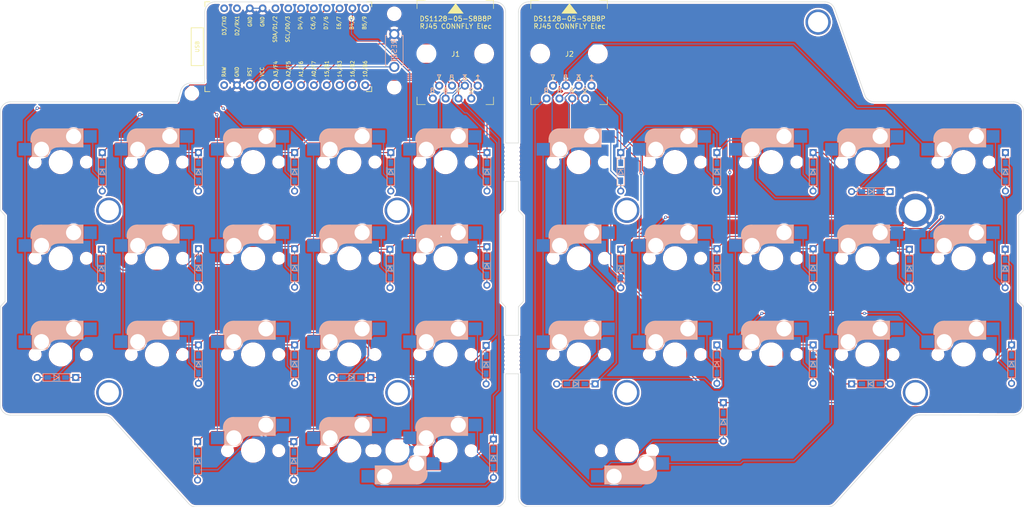
<source format=kicad_pcb>
(kicad_pcb (version 20171130) (host pcbnew "(5.1.9)-1")
  (title_block (title REVIUNG34-SPLIT) (date 2020-10-19) (rev 2.0))
  (layers (0 F.Cu signal) (31 B.Cu signal) (34 B.Paste user) (35 F.Paste user) (36 B.SilkS user) (37 F.SilkS user) (38 B.Mask user) (39 F.Mask user) (44 Edge.Cuts user))
  (net 0 "")
  (net 1 "Net-(D1-Pad2)")
  (net 2 row0)
  (net 3 "Net-(D2-Pad2)")
  (net 4 "Net-(D3-Pad2)")
  (net 5 "Net-(D4-Pad2)")
  (net 6 "Net-(D5-Pad2)")
  (net 7 "Net-(D6-Pad2)")
  (net 8 row1)
  (net 9 "Net-(D7-Pad2)")
  (net 10 "Net-(D8-Pad2)")
  (net 11 "Net-(D9-Pad2)")
  (net 12 "Net-(D10-Pad2)")
  (net 13 "Net-(D11-Pad2)")
  (net 14 row2)
  (net 15 "Net-(D12-Pad2)")
  (net 16 "Net-(D13-Pad2)")
  (net 17 "Net-(D14-Pad2)")
  (net 18 "Net-(D15-Pad2)")
  (net 19 "Net-(D16-Pad2)")
  (net 20 row3)
  (net 21 "Net-(D17-Pad2)")
  (net 22 "Net-(D18-Pad2)")
  (net 23 col5)
  (net 24 col6)
  (net 25 col7)
  (net 26 col8)
  (net 27 GND)
  (net 28 reset)
  (net 29 col0)
  (net 30 col1)
  (net 31 col2)
  (net 32 col3)
  (net 33 col4)
  (net 34 row10)
  (net 35 "Net-(D19-Pad2)")
  (net 36 "Net-(D20-Pad2)")
  (net 37 "Net-(D21-Pad2)")
  (net 38 "Net-(D22-Pad2)")
  (net 39 row11)
  (net 40 "Net-(D23-Pad2)")
  (net 41 "Net-(D24-Pad2)")
  (net 42 "Net-(D25-Pad2)")
  (net 43 "Net-(D26-Pad2)")
  (net 44 "Net-(D27-Pad2)")
  (net 45 row12)
  (net 46 "Net-(D28-Pad2)")
  (net 47 "Net-(D29-Pad2)")
  (net 48 "Net-(D30-Pad2)")
  (net 49 "Net-(D31-Pad2)")
  (net 50 row13)
  (net 51 "Net-(D32-Pad2)")
  (net 52 "Net-(D33-Pad2)")
  (net 53 "Net-(D34-Pad2)")
  (net 54 col18)
  (net 55 col17)
  (net 56 col16)
  (net 57 col15)
  (net 58 "Net-(U1-Pad24)")
  (net 59 VCC)
  (net 60 "Net-(U1-Pad12)")
  (net 61 "Net-(U1-Pad6)")
  (net 62 "Net-(U1-Pad5)")
  (net 63 "Net-(U1-Pad2)")
  (net 64 "Net-(U1-Pad1)")
  (module kbd:CherryMX_Hotswap (layer F.Cu) (at 128.475 138.95 180)
    (fp_text reference SW35 hide)
    (fp_text value SW_PUSH hide)
    (pad "" np_thru_hole circle (at 2.54 -5.08 180) (size 3 3) (drill 3) (layers *.Cu *.Mask))
    (pad "" np_thru_hole circle (at -3.81 -2.54 180) (size 3 3) (drill 3) (layers *.Cu *.Mask))
    (pad 2 smd rect (at 5.842 -5.08) (size 2.55 2.5) (layers B.Cu B.Paste B.Mask) (net 22 "Net-(D18-Pad2)"))
    (pad "" np_thru_hole circle (at -5.08 0 180) (size 1.9 1.9) (drill 1.9) (layers *.Cu *.Mask))
    (pad "" np_thru_hole circle (at 5.08 0 180) (size 1.9 1.9) (drill 1.9) (layers *.Cu *.Mask))
    (pad "" np_thru_hole circle (at 0 0 270) (size 4.1 4.1) (drill 4.1) (layers *.Cu *.Mask))
    (pad 1 smd rect (at -7.085 -2.54) (size 2.55 2.5) (layers B.Cu B.Paste B.Mask) (net 33 col4))
  )
  (module kbd:CherryMX_Hotswap (layer F.Cu) (at 173.935 138.95 180)
    (fp_text reference SW34 hide)
    (fp_text value SW_PUSH hide)
    (pad "" np_thru_hole circle (at 2.54 -5.08 180) (size 3 3) (drill 3) (layers *.Cu *.Mask))
    (pad "" np_thru_hole circle (at -3.81 -2.54 180) (size 3 3) (drill 3) (layers *.Cu *.Mask))
    (pad 2 smd rect (at 5.842 -5.08) (size 2.55 2.5) (layers B.Cu B.Paste B.Mask) (net 53 "Net-(D34-Pad2)"))
    (pad "" np_thru_hole circle (at -5.08 0 180) (size 1.9 1.9) (drill 1.9) (layers *.Cu *.Mask))
    (pad "" np_thru_hole circle (at 5.08 0 180) (size 1.9 1.9) (drill 1.9) (layers *.Cu *.Mask))
    (pad "" np_thru_hole circle (at 0 0 270) (size 4.1 4.1) (drill 4.1) (layers *.Cu *.Mask))
    (pad 1 smd rect (at -7.085 -2.54) (size 2.55 2.5) (layers B.Cu B.Paste B.Mask) (net 54 col18))
  )
  (module kbd:CherryMX_Hotswap (layer F.Cu) (at 240.61 119.9)
    (fp_text reference SW33 hide)
    (fp_text value SW_PUSH hide)
    (pad "" np_thru_hole circle (at 2.54 -5.08) (size 3 3) (drill 3) (layers *.Cu *.Mask))
    (pad "" np_thru_hole circle (at -3.81 -2.54) (size 3 3) (drill 3) (layers *.Cu *.Mask))
    (pad 2 smd rect (at 5.842 -5.08 180) (size 2.55 2.5) (layers B.Cu B.Paste B.Mask) (net 52 "Net-(D33-Pad2)"))
    (pad "" np_thru_hole circle (at -5.08 0) (size 1.9 1.9) (drill 1.9) (layers *.Cu *.Mask))
    (pad "" np_thru_hole circle (at 5.08 0) (size 1.9 1.9) (drill 1.9) (layers *.Cu *.Mask))
    (pad "" np_thru_hole circle (at 0 0 90) (size 4.1 4.1) (drill 4.1) (layers *.Cu *.Mask))
    (pad 1 smd rect (at -7.085 -2.54 180) (size 2.55 2.5) (layers B.Cu B.Paste B.Mask) (net 55 col17))
  )
  (module kbd:CherryMX_Hotswap (layer F.Cu) (at 240.61 100.85)
    (fp_text reference SW32 hide)
    (fp_text value SW_PUSH hide)
    (pad "" np_thru_hole circle (at 2.54 -5.08) (size 3 3) (drill 3) (layers *.Cu *.Mask))
    (pad "" np_thru_hole circle (at -3.81 -2.54) (size 3 3) (drill 3) (layers *.Cu *.Mask))
    (pad 2 smd rect (at 5.842 -5.08 180) (size 2.55 2.5) (layers B.Cu B.Paste B.Mask) (net 51 "Net-(D32-Pad2)"))
    (pad "" np_thru_hole circle (at -5.08 0) (size 1.9 1.9) (drill 1.9) (layers *.Cu *.Mask))
    (pad "" np_thru_hole circle (at 5.08 0) (size 1.9 1.9) (drill 1.9) (layers *.Cu *.Mask))
    (pad "" np_thru_hole circle (at 0 0 90) (size 4.1 4.1) (drill 4.1) (layers *.Cu *.Mask))
    (pad 1 smd rect (at -7.085 -2.54 180) (size 2.55 2.5) (layers B.Cu B.Paste B.Mask) (net 56 col16))
  )
  (module kbd:CherryMX_Hotswap (layer F.Cu) (at 240.61 81.8)
    (fp_text reference SW31 hide)
    (fp_text value SW_PUSH hide)
    (pad "" np_thru_hole circle (at 2.54 -5.08) (size 3 3) (drill 3) (layers *.Cu *.Mask))
    (pad "" np_thru_hole circle (at -3.81 -2.54) (size 3 3) (drill 3) (layers *.Cu *.Mask))
    (pad 2 smd rect (at 5.842 -5.08 180) (size 2.55 2.5) (layers B.Cu B.Paste B.Mask) (net 49 "Net-(D31-Pad2)"))
    (pad "" np_thru_hole circle (at -5.08 0) (size 1.9 1.9) (drill 1.9) (layers *.Cu *.Mask))
    (pad "" np_thru_hole circle (at 5.08 0) (size 1.9 1.9) (drill 1.9) (layers *.Cu *.Mask))
    (pad "" np_thru_hole circle (at 0 0 90) (size 4.1 4.1) (drill 4.1) (layers *.Cu *.Mask))
    (pad 1 smd rect (at -7.085 -2.54 180) (size 2.55 2.5) (layers B.Cu B.Paste B.Mask) (net 57 col15))
  )
  (module kbd:CherryMX_Hotswap (layer F.Cu) (at 221.56 119.9)
    (fp_text reference SW30 hide)
    (fp_text value SW_PUSH hide)
    (pad "" np_thru_hole circle (at 2.54 -5.08) (size 3 3) (drill 3) (layers *.Cu *.Mask))
    (pad "" np_thru_hole circle (at -3.81 -2.54) (size 3 3) (drill 3) (layers *.Cu *.Mask))
    (pad 2 smd rect (at 5.842 -5.08 180) (size 2.55 2.5) (layers B.Cu B.Paste B.Mask) (net 48 "Net-(D30-Pad2)"))
    (pad "" np_thru_hole circle (at -5.08 0) (size 1.9 1.9) (drill 1.9) (layers *.Cu *.Mask))
    (pad "" np_thru_hole circle (at 5.08 0) (size 1.9 1.9) (drill 1.9) (layers *.Cu *.Mask))
    (pad "" np_thru_hole circle (at 0 0 90) (size 4.1 4.1) (drill 4.1) (layers *.Cu *.Mask))
    (pad 1 smd rect (at -7.085 -2.54 180) (size 2.55 2.5) (layers B.Cu B.Paste B.Mask) (net 54 col18))
  )
  (module kbd:CherryMX_Hotswap (layer F.Cu) (at 202.51 119.9)
    (fp_text reference SW29 hide)
    (fp_text value SW_PUSH hide)
    (pad "" np_thru_hole circle (at 2.54 -5.08) (size 3 3) (drill 3) (layers *.Cu *.Mask))
    (pad "" np_thru_hole circle (at -3.81 -2.54) (size 3 3) (drill 3) (layers *.Cu *.Mask))
    (pad 2 smd rect (at 5.842 -5.08 180) (size 2.55 2.5) (layers B.Cu B.Paste B.Mask) (net 47 "Net-(D29-Pad2)"))
    (pad "" np_thru_hole circle (at -5.08 0) (size 1.9 1.9) (drill 1.9) (layers *.Cu *.Mask))
    (pad "" np_thru_hole circle (at 5.08 0) (size 1.9 1.9) (drill 1.9) (layers *.Cu *.Mask))
    (pad "" np_thru_hole circle (at 0 0 90) (size 4.1 4.1) (drill 4.1) (layers *.Cu *.Mask))
    (pad 1 smd rect (at -7.085 -2.54 180) (size 2.55 2.5) (layers B.Cu B.Paste B.Mask) (net 55 col17))
  )
  (module kbd:CherryMX_Hotswap (layer F.Cu) (at 183.46 119.9)
    (fp_text reference SW28 hide)
    (fp_text value SW_PUSH hide)
    (pad "" np_thru_hole circle (at 2.54 -5.08) (size 3 3) (drill 3) (layers *.Cu *.Mask))
    (pad "" np_thru_hole circle (at -3.81 -2.54) (size 3 3) (drill 3) (layers *.Cu *.Mask))
    (pad 2 smd rect (at 5.842 -5.08 180) (size 2.55 2.5) (layers B.Cu B.Paste B.Mask) (net 46 "Net-(D28-Pad2)"))
    (pad "" np_thru_hole circle (at -5.08 0) (size 1.9 1.9) (drill 1.9) (layers *.Cu *.Mask))
    (pad "" np_thru_hole circle (at 5.08 0) (size 1.9 1.9) (drill 1.9) (layers *.Cu *.Mask))
    (pad "" np_thru_hole circle (at 0 0 90) (size 4.1 4.1) (drill 4.1) (layers *.Cu *.Mask))
    (pad 1 smd rect (at -7.085 -2.54 180) (size 2.55 2.5) (layers B.Cu B.Paste B.Mask) (net 56 col16))
  )
  (module kbd:CherryMX_Hotswap (layer F.Cu) (at 164.41 119.9)
    (fp_text reference SW27 hide)
    (fp_text value SW_PUSH hide)
    (pad "" np_thru_hole circle (at 2.54 -5.08) (size 3 3) (drill 3) (layers *.Cu *.Mask))
    (pad "" np_thru_hole circle (at -3.81 -2.54) (size 3 3) (drill 3) (layers *.Cu *.Mask))
    (pad 2 smd rect (at 5.842 -5.08 180) (size 2.55 2.5) (layers B.Cu B.Paste B.Mask) (net 44 "Net-(D27-Pad2)"))
    (pad "" np_thru_hole circle (at -5.08 0) (size 1.9 1.9) (drill 1.9) (layers *.Cu *.Mask))
    (pad "" np_thru_hole circle (at 5.08 0) (size 1.9 1.9) (drill 1.9) (layers *.Cu *.Mask))
    (pad "" np_thru_hole circle (at 0 0 90) (size 4.1 4.1) (drill 4.1) (layers *.Cu *.Mask))
    (pad 1 smd rect (at -7.085 -2.54 180) (size 2.55 2.5) (layers B.Cu B.Paste B.Mask) (net 57 col15))
  )
  (module kbd:CherryMX_Hotswap (layer F.Cu) (at 221.56 100.85)
    (fp_text reference SW26 hide)
    (fp_text value SW_PUSH hide)
    (pad "" np_thru_hole circle (at 2.54 -5.08) (size 3 3) (drill 3) (layers *.Cu *.Mask))
    (pad "" np_thru_hole circle (at -3.81 -2.54) (size 3 3) (drill 3) (layers *.Cu *.Mask))
    (pad 2 smd rect (at 5.842 -5.08 180) (size 2.55 2.5) (layers B.Cu B.Paste B.Mask) (net 43 "Net-(D26-Pad2)"))
    (pad "" np_thru_hole circle (at -5.08 0) (size 1.9 1.9) (drill 1.9) (layers *.Cu *.Mask))
    (pad "" np_thru_hole circle (at 5.08 0) (size 1.9 1.9) (drill 1.9) (layers *.Cu *.Mask))
    (pad "" np_thru_hole circle (at 0 0 90) (size 4.1 4.1) (drill 4.1) (layers *.Cu *.Mask))
    (pad 1 smd rect (at -7.085 -2.54 180) (size 2.55 2.5) (layers B.Cu B.Paste B.Mask) (net 54 col18))
  )
  (module kbd:CherryMX_Hotswap (layer F.Cu) (at 202.51 100.85)
    (fp_text reference SW25 hide)
    (fp_text value SW_PUSH hide)
    (pad "" np_thru_hole circle (at 2.54 -5.08) (size 3 3) (drill 3) (layers *.Cu *.Mask))
    (pad "" np_thru_hole circle (at -3.81 -2.54) (size 3 3) (drill 3) (layers *.Cu *.Mask))
    (pad 2 smd rect (at 5.842 -5.08 180) (size 2.55 2.5) (layers B.Cu B.Paste B.Mask) (net 42 "Net-(D25-Pad2)"))
    (pad "" np_thru_hole circle (at -5.08 0) (size 1.9 1.9) (drill 1.9) (layers *.Cu *.Mask))
    (pad "" np_thru_hole circle (at 5.08 0) (size 1.9 1.9) (drill 1.9) (layers *.Cu *.Mask))
    (pad "" np_thru_hole circle (at 0 0 90) (size 4.1 4.1) (drill 4.1) (layers *.Cu *.Mask))
    (pad 1 smd rect (at -7.085 -2.54 180) (size 2.55 2.5) (layers B.Cu B.Paste B.Mask) (net 55 col17))
  )
  (module kbd:CherryMX_Hotswap (layer F.Cu) (at 183.46 100.85)
    (fp_text reference SW24 hide)
    (fp_text value SW_PUSH hide)
    (pad "" np_thru_hole circle (at 2.54 -5.08) (size 3 3) (drill 3) (layers *.Cu *.Mask))
    (pad "" np_thru_hole circle (at -3.81 -2.54) (size 3 3) (drill 3) (layers *.Cu *.Mask))
    (pad 2 smd rect (at 5.842 -5.08 180) (size 2.55 2.5) (layers B.Cu B.Paste B.Mask) (net 41 "Net-(D24-Pad2)"))
    (pad "" np_thru_hole circle (at -5.08 0) (size 1.9 1.9) (drill 1.9) (layers *.Cu *.Mask))
    (pad "" np_thru_hole circle (at 5.08 0) (size 1.9 1.9) (drill 1.9) (layers *.Cu *.Mask))
    (pad "" np_thru_hole circle (at 0 0 90) (size 4.1 4.1) (drill 4.1) (layers *.Cu *.Mask))
    (pad 1 smd rect (at -7.085 -2.54 180) (size 2.55 2.5) (layers B.Cu B.Paste B.Mask) (net 56 col16))
  )
  (module kbd:CherryMX_Hotswap (layer F.Cu) (at 164.41 100.85)
    (fp_text reference SW23 hide)
    (fp_text value SW_PUSH hide)
    (pad "" np_thru_hole circle (at 2.54 -5.08) (size 3 3) (drill 3) (layers *.Cu *.Mask))
    (pad "" np_thru_hole circle (at -3.81 -2.54) (size 3 3) (drill 3) (layers *.Cu *.Mask))
    (pad 2 smd rect (at 5.842 -5.08 180) (size 2.55 2.5) (layers B.Cu B.Paste B.Mask) (net 40 "Net-(D23-Pad2)"))
    (pad "" np_thru_hole circle (at -5.08 0) (size 1.9 1.9) (drill 1.9) (layers *.Cu *.Mask))
    (pad "" np_thru_hole circle (at 5.08 0) (size 1.9 1.9) (drill 1.9) (layers *.Cu *.Mask))
    (pad "" np_thru_hole circle (at 0 0 90) (size 4.1 4.1) (drill 4.1) (layers *.Cu *.Mask))
    (pad 1 smd rect (at -7.085 -2.54 180) (size 2.55 2.5) (layers B.Cu B.Paste B.Mask) (net 57 col15))
  )
  (module kbd:CherryMX_Hotswap (layer F.Cu) (at 221.56 81.8)
    (fp_text reference SW22 hide)
    (fp_text value SW_PUSH hide)
    (pad "" np_thru_hole circle (at 2.54 -5.08) (size 3 3) (drill 3) (layers *.Cu *.Mask))
    (pad "" np_thru_hole circle (at -3.81 -2.54) (size 3 3) (drill 3) (layers *.Cu *.Mask))
    (pad 2 smd rect (at 5.842 -5.08 180) (size 2.55 2.5) (layers B.Cu B.Paste B.Mask) (net 38 "Net-(D22-Pad2)"))
    (pad "" np_thru_hole circle (at -5.08 0) (size 1.9 1.9) (drill 1.9) (layers *.Cu *.Mask))
    (pad "" np_thru_hole circle (at 5.08 0) (size 1.9 1.9) (drill 1.9) (layers *.Cu *.Mask))
    (pad "" np_thru_hole circle (at 0 0 90) (size 4.1 4.1) (drill 4.1) (layers *.Cu *.Mask))
    (pad 1 smd rect (at -7.085 -2.54 180) (size 2.55 2.5) (layers B.Cu B.Paste B.Mask) (net 54 col18))
  )
  (module kbd:CherryMX_Hotswap (layer F.Cu) (at 202.51 81.8)
    (fp_text reference SW21 hide)
    (fp_text value SW_PUSH hide)
    (pad "" np_thru_hole circle (at 2.54 -5.08) (size 3 3) (drill 3) (layers *.Cu *.Mask))
    (pad "" np_thru_hole circle (at -3.81 -2.54) (size 3 3) (drill 3) (layers *.Cu *.Mask))
    (pad 2 smd rect (at 5.842 -5.08 180) (size 2.55 2.5) (layers B.Cu B.Paste B.Mask) (net 37 "Net-(D21-Pad2)"))
    (pad "" np_thru_hole circle (at -5.08 0) (size 1.9 1.9) (drill 1.9) (layers *.Cu *.Mask))
    (pad "" np_thru_hole circle (at 5.08 0) (size 1.9 1.9) (drill 1.9) (layers *.Cu *.Mask))
    (pad "" np_thru_hole circle (at 0 0 90) (size 4.1 4.1) (drill 4.1) (layers *.Cu *.Mask))
    (pad 1 smd rect (at -7.085 -2.54 180) (size 2.55 2.5) (layers B.Cu B.Paste B.Mask) (net 55 col17))
  )
  (module kbd:CherryMX_Hotswap (layer F.Cu) (at 183.46 81.8)
    (fp_text reference SW20 hide)
    (fp_text value SW_PUSH hide)
    (pad "" np_thru_hole circle (at 2.54 -5.08) (size 3 3) (drill 3) (layers *.Cu *.Mask))
    (pad "" np_thru_hole circle (at -3.81 -2.54) (size 3 3) (drill 3) (layers *.Cu *.Mask))
    (pad 2 smd rect (at 5.842 -5.08 180) (size 2.55 2.5) (layers B.Cu B.Paste B.Mask) (net 36 "Net-(D20-Pad2)"))
    (pad "" np_thru_hole circle (at -5.08 0) (size 1.9 1.9) (drill 1.9) (layers *.Cu *.Mask))
    (pad "" np_thru_hole circle (at 5.08 0) (size 1.9 1.9) (drill 1.9) (layers *.Cu *.Mask))
    (pad "" np_thru_hole circle (at 0 0 90) (size 4.1 4.1) (drill 4.1) (layers *.Cu *.Mask))
    (pad 1 smd rect (at -7.085 -2.54 180) (size 2.55 2.5) (layers B.Cu B.Paste B.Mask) (net 56 col16))
  )
  (module kbd:CherryMX_Hotswap (layer F.Cu) (at 164.41 81.8)
    (fp_text reference SW19 hide)
    (fp_text value SW_PUSH hide)
    (pad "" np_thru_hole circle (at 2.54 -5.08) (size 3 3) (drill 3) (layers *.Cu *.Mask))
    (pad "" np_thru_hole circle (at -3.81 -2.54) (size 3 3) (drill 3) (layers *.Cu *.Mask))
    (pad 2 smd rect (at 5.842 -5.08 180) (size 2.55 2.5) (layers B.Cu B.Paste B.Mask) (net 35 "Net-(D19-Pad2)"))
    (pad "" np_thru_hole circle (at -5.08 0) (size 1.9 1.9) (drill 1.9) (layers *.Cu *.Mask))
    (pad "" np_thru_hole circle (at 5.08 0) (size 1.9 1.9) (drill 1.9) (layers *.Cu *.Mask))
    (pad "" np_thru_hole circle (at 0 0 90) (size 4.1 4.1) (drill 4.1) (layers *.Cu *.Mask))
    (pad 1 smd rect (at -7.085 -2.54 180) (size 2.55 2.5) (layers B.Cu B.Paste B.Mask) (net 57 col15))
  )
  (module kbd:CherryMX_Hotswap (layer F.Cu) (at 138 138.95)
    (fp_text reference SW18 hide)
    (fp_text value SW_PUSH hide)
    (pad "" np_thru_hole circle (at 2.54 -5.08) (size 3 3) (drill 3) (layers *.Cu *.Mask))
    (pad "" np_thru_hole circle (at -3.81 -2.54) (size 3 3) (drill 3) (layers *.Cu *.Mask))
    (pad 2 smd rect (at 5.842 -5.08 180) (size 2.55 2.5) (layers B.Cu B.Paste B.Mask) (net 22 "Net-(D18-Pad2)"))
    (pad "" np_thru_hole circle (at -5.08 0) (size 1.9 1.9) (drill 1.9) (layers *.Cu *.Mask))
    (pad "" np_thru_hole circle (at 5.08 0) (size 1.9 1.9) (drill 1.9) (layers *.Cu *.Mask))
    (pad "" np_thru_hole circle (at 0 0 90) (size 4.1 4.1) (drill 4.1) (layers *.Cu *.Mask))
    (pad 1 smd rect (at -7.085 -2.54 180) (size 2.55 2.5) (layers B.Cu B.Paste B.Mask) (net 33 col4))
  )
  (module kbd:CherryMX_Hotswap (layer F.Cu) (at 118.95 138.95)
    (fp_text reference SW17 hide)
    (fp_text value SW_PUSH hide)
    (pad "" np_thru_hole circle (at 2.54 -5.08) (size 3 3) (drill 3) (layers *.Cu *.Mask))
    (pad "" np_thru_hole circle (at -3.81 -2.54) (size 3 3) (drill 3) (layers *.Cu *.Mask))
    (pad 2 smd rect (at 5.842 -5.08 180) (size 2.55 2.5) (layers B.Cu B.Paste B.Mask) (net 21 "Net-(D17-Pad2)"))
    (pad "" np_thru_hole circle (at -5.08 0) (size 1.9 1.9) (drill 1.9) (layers *.Cu *.Mask))
    (pad "" np_thru_hole circle (at 5.08 0) (size 1.9 1.9) (drill 1.9) (layers *.Cu *.Mask))
    (pad "" np_thru_hole circle (at 0 0 90) (size 4.1 4.1) (drill 4.1) (layers *.Cu *.Mask))
    (pad 1 smd rect (at -7.085 -2.54 180) (size 2.55 2.5) (layers B.Cu B.Paste B.Mask) (net 32 col3))
  )
  (module kbd:CherryMX_Hotswap (layer F.Cu) (at 99.9 138.95)
    (fp_text reference SW16 hide)
    (fp_text value SW_PUSH hide)
    (pad "" np_thru_hole circle (at 2.54 -5.08) (size 3 3) (drill 3) (layers *.Cu *.Mask))
    (pad "" np_thru_hole circle (at -3.81 -2.54) (size 3 3) (drill 3) (layers *.Cu *.Mask))
    (pad 2 smd rect (at 5.842 -5.08 180) (size 2.55 2.5) (layers B.Cu B.Paste B.Mask) (net 19 "Net-(D16-Pad2)"))
    (pad "" np_thru_hole circle (at -5.08 0) (size 1.9 1.9) (drill 1.9) (layers *.Cu *.Mask))
    (pad "" np_thru_hole circle (at 5.08 0) (size 1.9 1.9) (drill 1.9) (layers *.Cu *.Mask))
    (pad "" np_thru_hole circle (at 0 0 90) (size 4.1 4.1) (drill 4.1) (layers *.Cu *.Mask))
    (pad 1 smd rect (at -7.085 -2.54 180) (size 2.55 2.5) (layers B.Cu B.Paste B.Mask) (net 31 col2))
  )
  (module kbd:CherryMX_Hotswap (layer F.Cu) (at 138 119.9)
    (fp_text reference SW15 hide)
    (fp_text value SW_PUSH hide)
    (pad "" np_thru_hole circle (at 2.54 -5.08) (size 3 3) (drill 3) (layers *.Cu *.Mask))
    (pad "" np_thru_hole circle (at -3.81 -2.54) (size 3 3) (drill 3) (layers *.Cu *.Mask))
    (pad 2 smd rect (at 5.842 -5.08 180) (size 2.55 2.5) (layers B.Cu B.Paste B.Mask) (net 18 "Net-(D15-Pad2)"))
    (pad "" np_thru_hole circle (at -5.08 0) (size 1.9 1.9) (drill 1.9) (layers *.Cu *.Mask))
    (pad "" np_thru_hole circle (at 5.08 0) (size 1.9 1.9) (drill 1.9) (layers *.Cu *.Mask))
    (pad "" np_thru_hole circle (at 0 0 90) (size 4.1 4.1) (drill 4.1) (layers *.Cu *.Mask))
    (pad 1 smd rect (at -7.085 -2.54 180) (size 2.55 2.5) (layers B.Cu B.Paste B.Mask) (net 33 col4))
  )
  (module kbd:CherryMX_Hotswap (layer F.Cu) (at 118.95 119.9)
    (fp_text reference SW14 hide)
    (fp_text value SW_PUSH hide)
    (pad "" np_thru_hole circle (at 2.54 -5.08) (size 3 3) (drill 3) (layers *.Cu *.Mask))
    (pad "" np_thru_hole circle (at -3.81 -2.54) (size 3 3) (drill 3) (layers *.Cu *.Mask))
    (pad 2 smd rect (at 5.842 -5.08 180) (size 2.55 2.5) (layers B.Cu B.Paste B.Mask) (net 17 "Net-(D14-Pad2)"))
    (pad "" np_thru_hole circle (at -5.08 0) (size 1.9 1.9) (drill 1.9) (layers *.Cu *.Mask))
    (pad "" np_thru_hole circle (at 5.08 0) (size 1.9 1.9) (drill 1.9) (layers *.Cu *.Mask))
    (pad "" np_thru_hole circle (at 0 0 90) (size 4.1 4.1) (drill 4.1) (layers *.Cu *.Mask))
    (pad 1 smd rect (at -7.085 -2.54 180) (size 2.55 2.5) (layers B.Cu B.Paste B.Mask) (net 32 col3))
  )
  (module kbd:CherryMX_Hotswap (layer F.Cu) (at 99.9 119.9)
    (fp_text reference SW13 hide)
    (fp_text value SW_PUSH hide)
    (pad "" np_thru_hole circle (at 2.54 -5.08) (size 3 3) (drill 3) (layers *.Cu *.Mask))
    (pad "" np_thru_hole circle (at -3.81 -2.54) (size 3 3) (drill 3) (layers *.Cu *.Mask))
    (pad 2 smd rect (at 5.842 -5.08 180) (size 2.55 2.5) (layers B.Cu B.Paste B.Mask) (net 16 "Net-(D13-Pad2)"))
    (pad "" np_thru_hole circle (at -5.08 0) (size 1.9 1.9) (drill 1.9) (layers *.Cu *.Mask))
    (pad "" np_thru_hole circle (at 5.08 0) (size 1.9 1.9) (drill 1.9) (layers *.Cu *.Mask))
    (pad "" np_thru_hole circle (at 0 0 90) (size 4.1 4.1) (drill 4.1) (layers *.Cu *.Mask))
    (pad 1 smd rect (at -7.085 -2.54 180) (size 2.55 2.5) (layers B.Cu B.Paste B.Mask) (net 31 col2))
  )
  (module kbd:CherryMX_Hotswap (layer F.Cu) (at 80.85 119.9)
    (fp_text reference SW12 hide)
    (fp_text value SW_PUSH hide)
    (pad "" np_thru_hole circle (at 2.54 -5.08) (size 3 3) (drill 3) (layers *.Cu *.Mask))
    (pad "" np_thru_hole circle (at -3.81 -2.54) (size 3 3) (drill 3) (layers *.Cu *.Mask))
    (pad 2 smd rect (at 5.842 -5.08 180) (size 2.55 2.5) (layers B.Cu B.Paste B.Mask) (net 15 "Net-(D12-Pad2)"))
    (pad "" np_thru_hole circle (at -5.08 0) (size 1.9 1.9) (drill 1.9) (layers *.Cu *.Mask))
    (pad "" np_thru_hole circle (at 5.08 0) (size 1.9 1.9) (drill 1.9) (layers *.Cu *.Mask))
    (pad "" np_thru_hole circle (at 0 0 90) (size 4.1 4.1) (drill 4.1) (layers *.Cu *.Mask))
    (pad 1 smd rect (at -7.085 -2.54 180) (size 2.55 2.5) (layers B.Cu B.Paste B.Mask) (net 30 col1))
  )
  (module kbd:CherryMX_Hotswap (layer F.Cu) (at 61.8 119.9)
    (fp_text reference SW11 hide)
    (fp_text value SW_PUSH hide)
    (pad "" np_thru_hole circle (at 2.54 -5.08) (size 3 3) (drill 3) (layers *.Cu *.Mask))
    (pad "" np_thru_hole circle (at -3.81 -2.54) (size 3 3) (drill 3) (layers *.Cu *.Mask))
    (pad 2 smd rect (at 5.842 -5.08 180) (size 2.55 2.5) (layers B.Cu B.Paste B.Mask) (net 13 "Net-(D11-Pad2)"))
    (pad "" np_thru_hole circle (at -5.08 0) (size 1.9 1.9) (drill 1.9) (layers *.Cu *.Mask))
    (pad "" np_thru_hole circle (at 5.08 0) (size 1.9 1.9) (drill 1.9) (layers *.Cu *.Mask))
    (pad "" np_thru_hole circle (at 0 0 90) (size 4.1 4.1) (drill 4.1) (layers *.Cu *.Mask))
    (pad 1 smd rect (at -7.085 -2.54 180) (size 2.55 2.5) (layers B.Cu B.Paste B.Mask) (net 29 col0))
  )
  (module kbd:CherryMX_Hotswap (layer F.Cu) (at 138 100.85)
    (fp_text reference SW10 hide)
    (fp_text value SW_PUSH hide)
    (pad "" np_thru_hole circle (at 2.54 -5.08) (size 3 3) (drill 3) (layers *.Cu *.Mask))
    (pad "" np_thru_hole circle (at -3.81 -2.54) (size 3 3) (drill 3) (layers *.Cu *.Mask))
    (pad 2 smd rect (at 5.842 -5.08 180) (size 2.55 2.5) (layers B.Cu B.Paste B.Mask) (net 12 "Net-(D10-Pad2)"))
    (pad "" np_thru_hole circle (at -5.08 0) (size 1.9 1.9) (drill 1.9) (layers *.Cu *.Mask))
    (pad "" np_thru_hole circle (at 5.08 0) (size 1.9 1.9) (drill 1.9) (layers *.Cu *.Mask))
    (pad "" np_thru_hole circle (at 0 0 90) (size 4.1 4.1) (drill 4.1) (layers *.Cu *.Mask))
    (pad 1 smd rect (at -7.085 -2.54 180) (size 2.55 2.5) (layers B.Cu B.Paste B.Mask) (net 33 col4))
  )
  (module kbd:CherryMX_Hotswap (layer F.Cu) (at 118.95 100.85)
    (fp_text reference SW9 hide)
    (fp_text value SW_PUSH hide)
    (pad "" np_thru_hole circle (at 2.54 -5.08) (size 3 3) (drill 3) (layers *.Cu *.Mask))
    (pad "" np_thru_hole circle (at -3.81 -2.54) (size 3 3) (drill 3) (layers *.Cu *.Mask))
    (pad 2 smd rect (at 5.842 -5.08 180) (size 2.55 2.5) (layers B.Cu B.Paste B.Mask) (net 11 "Net-(D9-Pad2)"))
    (pad "" np_thru_hole circle (at -5.08 0) (size 1.9 1.9) (drill 1.9) (layers *.Cu *.Mask))
    (pad "" np_thru_hole circle (at 5.08 0) (size 1.9 1.9) (drill 1.9) (layers *.Cu *.Mask))
    (pad "" np_thru_hole circle (at 0 0 90) (size 4.1 4.1) (drill 4.1) (layers *.Cu *.Mask))
    (pad 1 smd rect (at -7.085 -2.54 180) (size 2.55 2.5) (layers B.Cu B.Paste B.Mask) (net 32 col3))
  )
  (module kbd:CherryMX_Hotswap (layer F.Cu) (at 99.9 100.85)
    (fp_text reference SW8 hide)
    (fp_text value SW_PUSH hide)
    (pad "" np_thru_hole circle (at 2.54 -5.08) (size 3 3) (drill 3) (layers *.Cu *.Mask))
    (pad "" np_thru_hole circle (at -3.81 -2.54) (size 3 3) (drill 3) (layers *.Cu *.Mask))
    (pad 2 smd rect (at 5.842 -5.08 180) (size 2.55 2.5) (layers B.Cu B.Paste B.Mask) (net 10 "Net-(D8-Pad2)"))
    (pad "" np_thru_hole circle (at -5.08 0) (size 1.9 1.9) (drill 1.9) (layers *.Cu *.Mask))
    (pad "" np_thru_hole circle (at 5.08 0) (size 1.9 1.9) (drill 1.9) (layers *.Cu *.Mask))
    (pad "" np_thru_hole circle (at 0 0 90) (size 4.1 4.1) (drill 4.1) (layers *.Cu *.Mask))
    (pad 1 smd rect (at -7.085 -2.54 180) (size 2.55 2.5) (layers B.Cu B.Paste B.Mask) (net 31 col2))
  )
  (module kbd:CherryMX_Hotswap (layer F.Cu) (at 80.85 100.85)
    (fp_text reference SW7 hide)
    (fp_text value SW_PUSH hide)
    (pad "" np_thru_hole circle (at 2.54 -5.08) (size 3 3) (drill 3) (layers *.Cu *.Mask))
    (pad "" np_thru_hole circle (at -3.81 -2.54) (size 3 3) (drill 3) (layers *.Cu *.Mask))
    (pad 2 smd rect (at 5.842 -5.08 180) (size 2.55 2.5) (layers B.Cu B.Paste B.Mask) (net 9 "Net-(D7-Pad2)"))
    (pad "" np_thru_hole circle (at -5.08 0) (size 1.9 1.9) (drill 1.9) (layers *.Cu *.Mask))
    (pad "" np_thru_hole circle (at 5.08 0) (size 1.9 1.9) (drill 1.9) (layers *.Cu *.Mask))
    (pad "" np_thru_hole circle (at 0 0 90) (size 4.1 4.1) (drill 4.1) (layers *.Cu *.Mask))
    (pad 1 smd rect (at -7.085 -2.54 180) (size 2.55 2.5) (layers B.Cu B.Paste B.Mask) (net 30 col1))
  )
  (module kbd:CherryMX_Hotswap (layer F.Cu) (at 61.8 100.85)
    (fp_text reference SW6 hide)
    (fp_text value SW_PUSH hide)
    (pad "" np_thru_hole circle (at 2.54 -5.08) (size 3 3) (drill 3) (layers *.Cu *.Mask))
    (pad "" np_thru_hole circle (at -3.81 -2.54) (size 3 3) (drill 3) (layers *.Cu *.Mask))
    (pad 2 smd rect (at 5.842 -5.08 180) (size 2.55 2.5) (layers B.Cu B.Paste B.Mask) (net 7 "Net-(D6-Pad2)"))
    (pad "" np_thru_hole circle (at -5.08 0) (size 1.9 1.9) (drill 1.9) (layers *.Cu *.Mask))
    (pad "" np_thru_hole circle (at 5.08 0) (size 1.9 1.9) (drill 1.9) (layers *.Cu *.Mask))
    (pad "" np_thru_hole circle (at 0 0 90) (size 4.1 4.1) (drill 4.1) (layers *.Cu *.Mask))
    (pad 1 smd rect (at -7.085 -2.54 180) (size 2.55 2.5) (layers B.Cu B.Paste B.Mask) (net 29 col0))
  )
  (module kbd:CherryMX_Hotswap (layer F.Cu) (at 138 81.8)
    (fp_text reference SW5 hide)
    (fp_text value SW_PUSH hide)
    (pad "" np_thru_hole circle (at 2.54 -5.08) (size 3 3) (drill 3) (layers *.Cu *.Mask))
    (pad "" np_thru_hole circle (at -3.81 -2.54) (size 3 3) (drill 3) (layers *.Cu *.Mask))
    (pad 2 smd rect (at 5.842 -5.08 180) (size 2.55 2.5) (layers B.Cu B.Paste B.Mask) (net 6 "Net-(D5-Pad2)"))
    (pad "" np_thru_hole circle (at -5.08 0) (size 1.9 1.9) (drill 1.9) (layers *.Cu *.Mask))
    (pad "" np_thru_hole circle (at 5.08 0) (size 1.9 1.9) (drill 1.9) (layers *.Cu *.Mask))
    (pad "" np_thru_hole circle (at 0 0 90) (size 4.1 4.1) (drill 4.1) (layers *.Cu *.Mask))
    (pad 1 smd rect (at -7.085 -2.54 180) (size 2.55 2.5) (layers B.Cu B.Paste B.Mask) (net 33 col4))
  )
  (module kbd:CherryMX_Hotswap (layer F.Cu) (at 118.95 81.8)
    (fp_text reference SW4 hide)
    (fp_text value SW_PUSH hide)
    (pad "" np_thru_hole circle (at 2.54 -5.08) (size 3 3) (drill 3) (layers *.Cu *.Mask))
    (pad "" np_thru_hole circle (at -3.81 -2.54) (size 3 3) (drill 3) (layers *.Cu *.Mask))
    (pad 2 smd rect (at 5.842 -5.08 180) (size 2.55 2.5) (layers B.Cu B.Paste B.Mask) (net 5 "Net-(D4-Pad2)"))
    (pad "" np_thru_hole circle (at -5.08 0) (size 1.9 1.9) (drill 1.9) (layers *.Cu *.Mask))
    (pad "" np_thru_hole circle (at 5.08 0) (size 1.9 1.9) (drill 1.9) (layers *.Cu *.Mask))
    (pad "" np_thru_hole circle (at 0 0 90) (size 4.1 4.1) (drill 4.1) (layers *.Cu *.Mask))
    (pad 1 smd rect (at -7.085 -2.54 180) (size 2.55 2.5) (layers B.Cu B.Paste B.Mask) (net 32 col3))
  )
  (module kbd:CherryMX_Hotswap (layer F.Cu) (at 99.9 81.8)
    (fp_text reference SW3 hide)
    (fp_text value SW_PUSH hide)
    (pad "" np_thru_hole circle (at 2.54 -5.08) (size 3 3) (drill 3) (layers *.Cu *.Mask))
    (pad "" np_thru_hole circle (at -3.81 -2.54) (size 3 3) (drill 3) (layers *.Cu *.Mask))
    (pad 2 smd rect (at 5.842 -5.08 180) (size 2.55 2.5) (layers B.Cu B.Paste B.Mask) (net 4 "Net-(D3-Pad2)"))
    (pad "" np_thru_hole circle (at -5.08 0) (size 1.9 1.9) (drill 1.9) (layers *.Cu *.Mask))
    (pad "" np_thru_hole circle (at 5.08 0) (size 1.9 1.9) (drill 1.9) (layers *.Cu *.Mask))
    (pad "" np_thru_hole circle (at 0 0 90) (size 4.1 4.1) (drill 4.1) (layers *.Cu *.Mask))
    (pad 1 smd rect (at -7.085 -2.54 180) (size 2.55 2.5) (layers B.Cu B.Paste B.Mask) (net 31 col2))
  )
  (module kbd:CherryMX_Hotswap (layer F.Cu) (at 80.85 81.8)
    (fp_text reference SW2 hide)
    (fp_text value SW_PUSH hide)
    (pad "" np_thru_hole circle (at 2.54 -5.08) (size 3 3) (drill 3) (layers *.Cu *.Mask))
    (pad "" np_thru_hole circle (at -3.81 -2.54) (size 3 3) (drill 3) (layers *.Cu *.Mask))
    (pad 2 smd rect (at 5.842 -5.08 180) (size 2.55 2.5) (layers B.Cu B.Paste B.Mask) (net 3 "Net-(D2-Pad2)"))
    (pad "" np_thru_hole circle (at -5.08 0) (size 1.9 1.9) (drill 1.9) (layers *.Cu *.Mask))
    (pad "" np_thru_hole circle (at 5.08 0) (size 1.9 1.9) (drill 1.9) (layers *.Cu *.Mask))
    (pad "" np_thru_hole circle (at 0 0 90) (size 4.1 4.1) (drill 4.1) (layers *.Cu *.Mask))
    (pad 1 smd rect (at -7.085 -2.54 180) (size 2.55 2.5) (layers B.Cu B.Paste B.Mask) (net 30 col1))
  )
  (module kbd:CherryMX_Hotswap (layer F.Cu) (at 61.8 81.8)
    (fp_text reference SW1 hide)
    (fp_text value SW_PUSH hide)
    (pad "" np_thru_hole circle (at 2.54 -5.08) (size 3 3) (drill 3) (layers *.Cu *.Mask))
    (pad "" np_thru_hole circle (at -3.81 -2.54) (size 3 3) (drill 3) (layers *.Cu *.Mask))
    (pad 2 smd rect (at 5.842 -5.08 180) (size 2.55 2.5) (layers B.Cu B.Paste B.Mask) (net 1 "Net-(D1-Pad2)"))
    (pad "" np_thru_hole circle (at -5.08 0) (size 1.9 1.9) (drill 1.9) (layers *.Cu *.Mask))
    (pad "" np_thru_hole circle (at 5.08 0) (size 1.9 1.9) (drill 1.9) (layers *.Cu *.Mask))
    (pad "" np_thru_hole circle (at 0 0 90) (size 4.1 4.1) (drill 4.1) (layers *.Cu *.Mask))
    (pad 1 smd rect (at -7.085 -2.54 180) (size 2.55 2.5) (layers B.Cu B.Paste B.Mask) (net 29 col0))
  )
  (module kbd:M2_Hole_TH_Outside (layer F.Cu) (at 211.8 54.07)
    (fp_text reference H8)
    (fp_text value H8)
    (pad "" thru_hole circle (at 0 0) (size 5 5) (drill 4) (layers *.Cu *.Mask))
  )
  (module kbd:M2_Hole_TH_Outside (layer F.Cu) (at 231.08 127.44)
    (fp_text reference H12)
    (fp_text value H12)
    (pad "" thru_hole circle (at 0 0) (size 5 5) (drill 4) (layers *.Cu *.Mask))
  )
  (module kbd:M2_Hole_TH_Outside (layer F.Cu) (at 173.93 91.34)
    (fp_text reference H9)
    (fp_text value H9)
    (pad "" thru_hole circle (at 0 0) (size 5 5) (drill 4) (layers *.Cu *.Mask))
  )
  (module kbd:M2_Hole_TH_Outside (layer F.Cu) (at 173.93 127.44)
    (fp_text reference H10)
    (fp_text value H10)
    (pad "" thru_hole circle (at 0 0) (size 5 5) (drill 4) (layers *.Cu *.Mask))
  )
  (module kbd:M2_Hole_TH_Outside (layer F.Cu) (at 128.44 91.34)
    (fp_text reference H4)
    (fp_text value H4)
    (pad "" thru_hole circle (at 0 0) (size 5 5) (drill 4) (layers *.Cu *.Mask))
  )
  (module kbd:M2_Hole_TH_Outside (layer F.Cu) (at 128.57 127.44)
    (fp_text reference H3)
    (fp_text value H3)
    (pad "" thru_hole circle (at 0 0) (size 5 5) (drill 4) (layers *.Cu *.Mask))
  )
  (module kbd:M2_Hole_TH_Outside (layer F.Cu) (at 71.32 127.44)
    (fp_text reference H2)
    (fp_text value H2)
    (pad "" thru_hole circle (at 0 0) (size 5 5) (drill 4) (layers *.Cu *.Mask))
  )
  (module kbd:M2_Hole_TH_Outside (layer F.Cu) (at 71.32 91.34)
    (fp_text reference H1)
    (fp_text value H1)
    (pad "" thru_hole circle (at 0 0) (size 5 5) (drill 4) (layers *.Cu *.Mask))
  )
  (module _reviung-kbd:Stamp_Holes_7.5mm (layer F.Cu) (at 152.14 81.82 90)
    (fp_text reference breakaway hide)
    (fp_text value Stamp_Holes_7.5mm)
    (pad "" np_thru_hole circle (at 3.3 0.01 90) (size 0.6 0.6) (drill 0.6) (layers *.Cu *.Mask))
    (pad "" np_thru_hole circle (at -3.3 0 90) (size 0.6 0.6) (drill 0.6) (layers *.Cu *.Mask))
    (pad "" np_thru_hole circle (at 2.475 0 90) (size 0.6 0.6) (drill 0.6) (layers *.Cu *.Mask))
    (pad "" np_thru_hole circle (at 0 0 90) (size 0.6 0.6) (drill 0.6) (layers *.Cu *.Mask))
    (pad "" np_thru_hole circle (at -0.825 0 90) (size 0.6 0.6) (drill 0.6) (layers *.Cu *.Mask))
    (pad "" np_thru_hole circle (at -1.65 0 90) (size 0.6 0.6) (drill 0.6) (layers *.Cu *.Mask))
    (pad "" np_thru_hole circle (at -2.475 0 90) (size 0.6 0.6) (drill 0.6) (layers *.Cu *.Mask))
    (pad "" np_thru_hole circle (at 0.825 0 90) (size 0.6 0.6) (drill 0.6) (layers *.Cu *.Mask))
    (pad "" np_thru_hole circle (at 1.65 0 90) (size 0.6 0.6) (drill 0.6) (layers *.Cu *.Mask))
  )
  (module _reviung-kbd:Stamp_Holes_7.5mm (layer F.Cu) (at 150.23 81.82 90)
    (fp_text reference breakaway hide)
    (fp_text value Stamp_Holes_7.5mm)
    (pad "" np_thru_hole circle (at 3.3 0.01 90) (size 0.6 0.6) (drill 0.6) (layers *.Cu *.Mask))
    (pad "" np_thru_hole circle (at -3.3 0 90) (size 0.6 0.6) (drill 0.6) (layers *.Cu *.Mask))
    (pad "" np_thru_hole circle (at 2.475 0 90) (size 0.6 0.6) (drill 0.6) (layers *.Cu *.Mask))
    (pad "" np_thru_hole circle (at 0 0 90) (size 0.6 0.6) (drill 0.6) (layers *.Cu *.Mask))
    (pad "" np_thru_hole circle (at -0.825 0 90) (size 0.6 0.6) (drill 0.6) (layers *.Cu *.Mask))
    (pad "" np_thru_hole circle (at -1.65 0 90) (size 0.6 0.6) (drill 0.6) (layers *.Cu *.Mask))
    (pad "" np_thru_hole circle (at -2.475 0 90) (size 0.6 0.6) (drill 0.6) (layers *.Cu *.Mask))
    (pad "" np_thru_hole circle (at 0.825 0 90) (size 0.6 0.6) (drill 0.6) (layers *.Cu *.Mask))
    (pad "" np_thru_hole circle (at 1.65 0 90) (size 0.6 0.6) (drill 0.6) (layers *.Cu *.Mask))
  )
  (module _reviung-kbd:Stamp_Holes_7.5mm (layer F.Cu) (at 150.23 119.9 90)
    (fp_text reference breakaway hide)
    (fp_text value Stamp_Holes_7.5mm)
    (pad "" np_thru_hole circle (at 3.3 0.01 90) (size 0.6 0.6) (drill 0.6) (layers *.Cu *.Mask))
    (pad "" np_thru_hole circle (at -3.3 0 90) (size 0.6 0.6) (drill 0.6) (layers *.Cu *.Mask))
    (pad "" np_thru_hole circle (at 2.475 0 90) (size 0.6 0.6) (drill 0.6) (layers *.Cu *.Mask))
    (pad "" np_thru_hole circle (at 0 0 90) (size 0.6 0.6) (drill 0.6) (layers *.Cu *.Mask))
    (pad "" np_thru_hole circle (at -0.825 0 90) (size 0.6 0.6) (drill 0.6) (layers *.Cu *.Mask))
    (pad "" np_thru_hole circle (at -1.65 0 90) (size 0.6 0.6) (drill 0.6) (layers *.Cu *.Mask))
    (pad "" np_thru_hole circle (at -2.475 0 90) (size 0.6 0.6) (drill 0.6) (layers *.Cu *.Mask))
    (pad "" np_thru_hole circle (at 0.825 0 90) (size 0.6 0.6) (drill 0.6) (layers *.Cu *.Mask))
    (pad "" np_thru_hole circle (at 1.65 0 90) (size 0.6 0.6) (drill 0.6) (layers *.Cu *.Mask))
  )
  (module _reviung-kbd:Stamp_Holes_7.5mm (layer F.Cu) (at 152.14 119.9 90)
    (fp_text reference breakaway hide)
    (fp_text value Stamp_Holes_7.5mm)
    (pad "" np_thru_hole circle (at 3.3 0.01 90) (size 0.6 0.6) (drill 0.6) (layers *.Cu *.Mask))
    (pad "" np_thru_hole circle (at -3.3 0 90) (size 0.6 0.6) (drill 0.6) (layers *.Cu *.Mask))
    (pad "" np_thru_hole circle (at 2.475 0 90) (size 0.6 0.6) (drill 0.6) (layers *.Cu *.Mask))
    (pad "" np_thru_hole circle (at 0 0 90) (size 0.6 0.6) (drill 0.6) (layers *.Cu *.Mask))
    (pad "" np_thru_hole circle (at -0.825 0 90) (size 0.6 0.6) (drill 0.6) (layers *.Cu *.Mask))
    (pad "" np_thru_hole circle (at -1.65 0 90) (size 0.6 0.6) (drill 0.6) (layers *.Cu *.Mask))
    (pad "" np_thru_hole circle (at -2.475 0 90) (size 0.6 0.6) (drill 0.6) (layers *.Cu *.Mask))
    (pad "" np_thru_hole circle (at 0.825 0 90) (size 0.6 0.6) (drill 0.6) (layers *.Cu *.Mask))
    (pad "" np_thru_hole circle (at 1.65 0 90) (size 0.6 0.6) (drill 0.6) (layers *.Cu *.Mask))
  )
  (module MountingHole:MountingHole_2.2mm_M2_ISO7380 (layer F.Cu) (at 127.85 66.97)
    (fp_text reference H6)
    (fp_text value H6)
    (pad 1 np_thru_hole circle (at 0 0) (size 2.2 2.2) (drill 2.2) (layers *.Cu *.Mask))
  )
  (module _reviung-kbd:HOLE_2.2mm (layer F.Cu) (at 127.85 52.42)
    (fp_text reference H5)
    (fp_text value H5)
    (pad "" np_thru_hole circle (at 0 0) (size 2.2 2.2) (drill 2.2) (layers *.Cu *.Mask))
  )
  (module _reviung-kbd:HOLE_2.2mm (layer F.Cu) (at 87.76 68.19)
    (fp_text reference H7)
    (fp_text value H7)
    (pad "" np_thru_hole circle (at 0 0) (size 2.2 2.2) (drill 2.2) (layers *.Cu *.Mask))
  )
  (module _reviung-kbd:RJ45-DS1128-05-S8B8P (layer F.Cu) (at 140.01 60.4 180)
    (fp_text reference J1 (at 0 0) (layer F.SilkS))
    (fp_text value 8P8C)
    (fp_text user 8 (at 4.6 -7.25) (layer B.SilkS) (effects (justify mirror)))
    (fp_text user 7 (at 3.25 -4.65) (layer B.SilkS) (effects (justify mirror)))
    (fp_text user 6 (at 2 -7.25) (layer B.SilkS) (effects (justify mirror)))
    (fp_text user 5 (at 0.8 -4.7) (layer B.SilkS) (effects (justify mirror)))
    (fp_text user 4 (at -0.4 -7.2) (layer B.SilkS) (effects (justify mirror)))
    (fp_text user 3 (at -1.85 -4.65) (layer B.SilkS) (effects (justify mirror)))
    (fp_text user 2 (at -3.05 -7.3) (layer B.SilkS) (effects (justify mirror)))
    (fp_text user 1 (at -4.4 -4.65) (layer B.SilkS) (effects (justify mirror)))
    (fp_text user "RJ45 CONNFLY Elec" (at -0.03 5.5) (layer F.SilkS) (effects (font (size 0.95 0.95))))
    (fp_text user DS1128-05-S8B8P (at -0.01 7) (layer F.SilkS) (effects (font (size 0.95 0.95))))
    (fp_text user 1 (at -4.4 -4.65) (layer F.SilkS))
    (fp_text user 2 (at -3.05 -7.3) (layer F.SilkS))
    (fp_text user 3 (at -1.8 -4.65) (layer F.SilkS))
    (fp_text user 4 (at -0.5 -7.2) (layer F.SilkS))
    (fp_text user 6 (at 2 -7.25) (layer F.SilkS))
    (fp_text user 5 (at 0.75 -4.7) (layer F.SilkS))
    (fp_text user 7 (at 3.3 -4.65) (layer F.SilkS))
    (fp_text user 8 (at 4.6 -7.25) (layer F.SilkS))
    (pad 1 thru_hole circle (at -4.37 -6.26 180) (size 1.6 1.6) (drill 0.9) (layers *.Cu *.Mask) (net 2 row0))
    (pad 2 thru_hole circle (at -3.1 -8.8 180) (size 1.6 1.6) (drill 0.9) (layers *.Cu *.Mask) (net 8 row1))
    (pad 3 thru_hole circle (at -1.83 -6.26 180) (size 1.6 1.6) (drill 0.9) (layers *.Cu *.Mask) (net 14 row2))
    (pad 4 thru_hole circle (at -0.56 -8.8 180) (size 1.6 1.6) (drill 0.9) (layers *.Cu *.Mask) (net 20 row3))
    (pad 5 thru_hole circle (at 0.71 -6.26 180) (size 1.6 1.6) (drill 0.9) (layers *.Cu *.Mask) (net 23 col5))
    (pad 6 thru_hole circle (at 1.98 -8.8 180) (size 1.6 1.6) (drill 0.9) (layers *.Cu *.Mask) (net 24 col6))
    (pad 7 thru_hole circle (at 3.25 -6.26 180) (size 1.6 1.6) (drill 0.9) (layers *.Cu *.Mask) (net 25 col7))
    (pad 8 thru_hole circle (at 4.52 -8.8 180) (size 1.6 1.6) (drill 0.9) (layers *.Cu *.Mask) (net 26 col8))
    (pad "" np_thru_hole circle (at -5.64 0.09 180) (size 3.25 3.25) (drill 3.25) (layers *.Cu *.Mask))
    (pad "" np_thru_hole circle (at 5.79 0.09 180) (size 3.25 3.25) (drill 3.25) (layers *.Cu *.Mask))
  )
  (module MountingHole:MountingHole_4.3mm_M4_ISO7380_Pad (layer F.Cu) (at 231.08 91.34)
    (fp_text reference H1)
    (fp_text value MountingHole_Pad)
    (pad 1 thru_hole circle (at 0 0) (size 6.6 6.6) (drill 4.3) (layers *.Cu *.Mask) (net 27 GND))
  )
  (module _reviung-kbd:RJ45-DS1128-05-S8B8P (layer F.Cu) (at 162.55 60.4 180)
    (fp_text reference J2 (at 0 0) (layer F.SilkS))
    (fp_text value 8P8C)
    (fp_text user 8 (at 4.6 -7.25) (layer B.SilkS) (effects (justify mirror)))
    (fp_text user 7 (at 3.25 -4.65) (layer B.SilkS) (effects (justify mirror)))
    (fp_text user 6 (at 2 -7.25) (layer B.SilkS) (effects (justify mirror)))
    (fp_text user 5 (at 0.8 -4.7) (layer B.SilkS) (effects (justify mirror)))
    (fp_text user 4 (at -0.4 -7.2) (layer B.SilkS) (effects (justify mirror)))
    (fp_text user 3 (at -1.85 -4.65) (layer B.SilkS) (effects (justify mirror)))
    (fp_text user 2 (at -3.05 -7.3) (layer B.SilkS) (effects (justify mirror)))
    (fp_text user 1 (at -4.4 -4.65) (layer B.SilkS) (effects (justify mirror)))
    (fp_text user "RJ45 CONNFLY Elec" (at -0.03 5.5) (layer F.SilkS) (effects (font (size 0.95 0.95))))
    (fp_text user DS1128-05-S8B8P (at -0.01 7) (layer F.SilkS) (effects (font (size 0.95 0.95))))
    (fp_text user 1 (at -4.4 -4.65) (layer F.SilkS))
    (fp_text user 2 (at -3.05 -7.3) (layer F.SilkS))
    (fp_text user 3 (at -1.8 -4.65) (layer F.SilkS))
    (fp_text user 4 (at -0.5 -7.2) (layer F.SilkS))
    (fp_text user 6 (at 2 -7.25) (layer F.SilkS))
    (fp_text user 5 (at 0.75 -4.7) (layer F.SilkS))
    (fp_text user 7 (at 3.3 -4.65) (layer F.SilkS))
    (fp_text user 8 (at 4.6 -7.25) (layer F.SilkS))
    (pad 1 thru_hole circle (at -4.37 -6.26 180) (size 1.6 1.6) (drill 0.9) (layers *.Cu *.Mask) (net 34 row10))
    (pad 2 thru_hole circle (at -3.1 -8.8 180) (size 1.6 1.6) (drill 0.9) (layers *.Cu *.Mask) (net 39 row11))
    (pad 3 thru_hole circle (at -1.83 -6.26 180) (size 1.6 1.6) (drill 0.9) (layers *.Cu *.Mask) (net 45 row12))
    (pad 4 thru_hole circle (at -0.56 -8.8 180) (size 1.6 1.6) (drill 0.9) (layers *.Cu *.Mask) (net 50 row13))
    (pad 5 thru_hole circle (at 0.71 -6.26 180) (size 1.6 1.6) (drill 0.9) (layers *.Cu *.Mask) (net 57 col15))
    (pad 6 thru_hole circle (at 1.98 -8.8 180) (size 1.6 1.6) (drill 0.9) (layers *.Cu *.Mask) (net 56 col16))
    (pad 7 thru_hole circle (at 3.25 -6.26 180) (size 1.6 1.6) (drill 0.9) (layers *.Cu *.Mask) (net 55 col17))
    (pad 8 thru_hole circle (at 4.52 -8.8 180) (size 1.6 1.6) (drill 0.9) (layers *.Cu *.Mask) (net 54 col18))
    (pad "" np_thru_hole circle (at -5.64 0.09 180) (size 3.25 3.25) (drill 3.25) (layers *.Cu *.Mask))
    (pad "" np_thru_hole circle (at 5.79 0.09 180) (size 3.25 3.25) (drill 3.25) (layers *.Cu *.Mask))
  )
  (module _reviung-kbd:ResetSW_1side (layer B.Cu) (at 127.86 59.69 270)
    (fp_text reference RESET1 hide)
    (fp_text value SW_PUSH)
    (fp_text user RESET (at 0 0 270) (layer B.SilkS) (effects (justify mirror)))
    (pad 2 thru_hole circle (at -3.25 0 270) (size 2 2) (drill 1.3) (layers *.Cu *.Mask) (net 27 GND))
    (pad 1 thru_hole circle (at 3.25 0 270) (size 2 2) (drill 1.3) (layers *.Cu *.Mask) (net 28 reset))
  )
  (module _reviung-kbd:ProMicro (layer F.Cu) (at 108.64 58.94 90)
    (fp_text reference U1 hide)
    (fp_text value ProMicro_r hide)
    (fp_text user "" (at -1.2515 -16.256 90) (layer B.SilkS) (effects (justify mirror)))
    (fp_text user "" (at -0.545 -20.1 90) (layer F.SilkS))
    (fp_text user RAW (at -4.995 -14.5 90 unlocked) (layer F.SilkS) (effects (font (size 0.75 0.67) (thickness 0.125))))
    (fp_text user GND (at -4.995 -11.95 90 unlocked) (layer F.SilkS) (effects (font (size 0.75 0.67) (thickness 0.125))))
    (fp_text user RST (at -4.995 -9.4 90 unlocked) (layer F.SilkS) (effects (font (size 0.75 0.67) (thickness 0.125))))
    (fp_text user VCC (at -4.995 -6.95 90 unlocked) (layer F.SilkS) (effects (font (size 0.75 0.67) (thickness 0.125))))
    (fp_text user A3/F4 (at -4.395 -4.25 90 unlocked) (layer F.SilkS) (effects (font (size 0.75 0.67) (thickness 0.125))))
    (fp_text user A2/F5 (at -4.395 -1.75 90 unlocked) (layer F.SilkS) (effects (font (size 0.75 0.67) (thickness 0.125))))
    (fp_text user A1/F6 (at -4.395 0.75 90 unlocked) (layer F.SilkS) (effects (font (size 0.75 0.67) (thickness 0.125))))
    (fp_text user A0/F7 (at -4.395 3.3 90 unlocked) (layer F.SilkS) (effects (font (size 0.75 0.67) (thickness 0.125))))
    (fp_text user 15/B1 (at -4.395 5.85 90 unlocked) (layer F.SilkS) (effects (font (size 0.75 0.67) (thickness 0.125))))
    (fp_text user 14/B3 (at -4.395 8.4 90 unlocked) (layer F.SilkS) (effects (font (size 0.75 0.67) (thickness 0.125))))
    (fp_text user 10/B6 (at -4.395 13.45 90 unlocked) (layer F.SilkS) (effects (font (size 0.75 0.67) (thickness 0.125))))
    (fp_text user 16/B2 (at -4.395 10.95 90 unlocked) (layer F.SilkS) (effects (font (size 0.75 0.67) (thickness 0.125))))
    (fp_text user E6/7 (at 4.705 8.25 90 unlocked) (layer F.SilkS) (effects (font (size 0.75 0.67) (thickness 0.125))))
    (fp_text user D7/6 (at 4.705 5.7 90 unlocked) (layer F.SilkS) (effects (font (size 0.75 0.67) (thickness 0.125))))
    (fp_text user GND (at 4.955 -9.35 90 unlocked) (layer F.SilkS) (effects (font (size 0.75 0.67) (thickness 0.125))))
    (fp_text user GND (at 4.955 -6.9 90 unlocked) (layer F.SilkS) (effects (font (size 0.75 0.67) (thickness 0.125))))
    (fp_text user D3/TX0 (at 4.155 -14.45 90 unlocked) (layer F.SilkS) (effects (font (size 0.75 0.67) (thickness 0.125))))
    (fp_text user D4/4 (at 4.705 0.6 90 unlocked) (layer F.SilkS) (effects (font (size 0.75 0.67) (thickness 0.125))))
    (fp_text user SDA/D1/2 (at 3.455 -4.4 90 unlocked) (layer F.SilkS) (effects (font (size 0.75 0.67) (thickness 0.125))))
    (fp_text user SCL/D0/3 (at 3.455 -1.9 90 unlocked) (layer F.SilkS) (effects (font (size 0.75 0.67) (thickness 0.125))))
    (fp_text user C6/5 (at 4.705 3.15 90 unlocked) (layer F.SilkS) (effects (font (size 0.75 0.67) (thickness 0.125))))
    (fp_text user B5/9 (at 4.705 13.3 90 unlocked) (layer F.SilkS) (effects (font (size 0.75 0.67) (thickness 0.125))))
    (fp_text user D2/RX1 (at 4.155 -11.9 90 unlocked) (layer F.SilkS) (effects (font (size 0.75 0.67) (thickness 0.125))))
    (fp_text user B4/8 (at 4.705 10.8 90 unlocked) (layer F.SilkS) (effects (font (size 0.75 0.67) (thickness 0.125))))
    (fp_text user USB (at 0 -19.8 90) (layer F.SilkS) (effects (font (size 0.75 0.75) (thickness 0.12))))
    (pad 24 thru_hole circle (at -7.6086 -14.478 90) (size 1.524 1.524) (drill 0.8128) (layers *.Cu *.Mask) (net 58 "Net-(U1-Pad24)"))
    (pad 23 thru_hole circle (at -7.6086 -11.938 90) (size 1.524 1.524) (drill 0.8128) (layers *.Cu *.Mask) (net 27 GND))
    (pad 22 thru_hole circle (at -7.6086 -9.398 90) (size 1.524 1.524) (drill 0.8128) (layers *.Cu *.Mask) (net 28 reset))
    (pad 21 thru_hole circle (at -7.6086 -6.858 90) (size 1.524 1.524) (drill 0.8128) (layers *.Cu *.Mask) (net 59 VCC))
    (pad 20 thru_hole circle (at -7.6086 -4.318 90) (size 1.524 1.524) (drill 0.8128) (layers *.Cu *.Mask) (net 2 row0))
    (pad 19 thru_hole circle (at -7.6086 -1.778 90) (size 1.524 1.524) (drill 0.8128) (layers *.Cu *.Mask) (net 8 row1))
    (pad 18 thru_hole circle (at -7.6086 0.762 90) (size 1.524 1.524) (drill 0.8128) (layers *.Cu *.Mask) (net 14 row2))
    (pad 17 thru_hole circle (at -7.6086 3.302 90) (size 1.524 1.524) (drill 0.8128) (layers *.Cu *.Mask) (net 20 row3))
    (pad 16 thru_hole circle (at -7.6086 5.842 90) (size 1.524 1.524) (drill 0.8128) (layers *.Cu *.Mask) (net 23 col5))
    (pad 15 thru_hole circle (at -7.6086 8.382 90) (size 1.524 1.524) (drill 0.8128) (layers *.Cu *.Mask) (net 24 col6))
    (pad 14 thru_hole circle (at -7.6086 10.922 90) (size 1.524 1.524) (drill 0.8128) (layers *.Cu *.Mask) (net 25 col7))
    (pad 13 thru_hole circle (at -7.6086 13.462 90) (size 1.524 1.524) (drill 0.8128) (layers *.Cu *.Mask) (net 26 col8))
    (pad 12 thru_hole circle (at 7.6114 13.462 90) (size 1.524 1.524) (drill 0.8128) (layers *.Cu *.Mask) (net 60 "Net-(U1-Pad12)"))
    (pad 11 thru_hole circle (at 7.6114 10.922 90) (size 1.524 1.524) (drill 0.8128) (layers *.Cu *.Mask) (net 33 col4))
    (pad 10 thru_hole circle (at 7.6114 8.382 90) (size 1.524 1.524) (drill 0.8128) (layers *.Cu *.Mask) (net 32 col3))
    (pad 9 thru_hole circle (at 7.6114 5.842 90) (size 1.524 1.524) (drill 0.8128) (layers *.Cu *.Mask) (net 31 col2))
    (pad 8 thru_hole circle (at 7.6114 3.302 90) (size 1.524 1.524) (drill 0.8128) (layers *.Cu *.Mask) (net 30 col1))
    (pad 7 thru_hole circle (at 7.6114 0.762 90) (size 1.524 1.524) (drill 0.8128) (layers *.Cu *.Mask) (net 29 col0))
    (pad 6 thru_hole circle (at 7.6114 -1.778 90) (size 1.524 1.524) (drill 0.8128) (layers *.Cu *.Mask) (net 61 "Net-(U1-Pad6)"))
    (pad 5 thru_hole circle (at 7.6114 -4.318 90) (size 1.524 1.524) (drill 0.8128) (layers *.Cu *.Mask) (net 62 "Net-(U1-Pad5)"))
    (pad 4 thru_hole circle (at 7.6114 -6.858 90) (size 1.524 1.524) (drill 0.8128) (layers *.Cu *.Mask) (net 27 GND))
    (pad 3 thru_hole circle (at 7.6114 -9.398 90) (size 1.524 1.524) (drill 0.8128) (layers *.Cu *.Mask) (net 27 GND))
    (pad 2 thru_hole circle (at 7.6114 -11.938 90) (size 1.524 1.524) (drill 0.8128) (layers *.Cu *.Mask) (net 63 "Net-(U1-Pad2)"))
    (pad 1 thru_hole circle (at 7.6114 -14.478 90) (size 1.524 1.524) (drill 0.8128) (layers *.Cu *.Mask) (net 64 "Net-(U1-Pad1)"))
  )
  (module _reviung-kbd:D3_TH_SMD_1side (layer B.Cu) (at 70.02 83.72 270)
    (fp_text reference D1 hide)
    (fp_text value 1N4148 hide)
    (pad 1 smd rect (at -1.775 0 270) (size 1.3 0.95) (layers B.Cu B.Paste B.Mask) (net 2 row0))
    (pad 1 thru_hole rect (at -3.81 0 270) (size 1.397 1.397) (drill 0.8128) (layers *.Cu *.Mask) (net 2 row0))
    (pad 2 thru_hole circle (at 3.81 0 270) (size 1.397 1.397) (drill 0.8128) (layers *.Cu *.Mask) (net 1 "Net-(D1-Pad2)"))
    (pad 2 smd rect (at 1.775 0 270) (size 1.3 0.95) (layers B.Cu B.Paste B.Mask) (net 1 "Net-(D1-Pad2)"))
  )
  (module _reviung-kbd:D3_TH_SMD_1side (layer B.Cu) (at 89.07 83.72 270)
    (fp_text reference D2 hide)
    (fp_text value 1N4148 hide)
    (pad 2 smd rect (at 1.775 0 270) (size 1.3 0.95) (layers B.Cu B.Paste B.Mask) (net 3 "Net-(D2-Pad2)"))
    (pad 2 thru_hole circle (at 3.81 0 270) (size 1.397 1.397) (drill 0.8128) (layers *.Cu *.Mask) (net 3 "Net-(D2-Pad2)"))
    (pad 1 thru_hole rect (at -3.81 0 270) (size 1.397 1.397) (drill 0.8128) (layers *.Cu *.Mask) (net 2 row0))
    (pad 1 smd rect (at -1.775 0 270) (size 1.3 0.95) (layers B.Cu B.Paste B.Mask) (net 2 row0))
  )
  (module _reviung-kbd:D3_TH_SMD_1side (layer B.Cu) (at 108.12 83.72 270)
    (fp_text reference D3 hide)
    (fp_text value 1N4148 hide)
    (pad 1 smd rect (at -1.775 0 270) (size 1.3 0.95) (layers B.Cu B.Paste B.Mask) (net 2 row0))
    (pad 1 thru_hole rect (at -3.81 0 270) (size 1.397 1.397) (drill 0.8128) (layers *.Cu *.Mask) (net 2 row0))
    (pad 2 thru_hole circle (at 3.81 0 270) (size 1.397 1.397) (drill 0.8128) (layers *.Cu *.Mask) (net 4 "Net-(D3-Pad2)"))
    (pad 2 smd rect (at 1.775 0 270) (size 1.3 0.95) (layers B.Cu B.Paste B.Mask) (net 4 "Net-(D3-Pad2)"))
  )
  (module _reviung-kbd:D3_TH_SMD_1side (layer B.Cu) (at 127.17 83.72 270)
    (fp_text reference D4 hide)
    (fp_text value 1N4148 hide)
    (pad 2 smd rect (at 1.775 0 270) (size 1.3 0.95) (layers B.Cu B.Paste B.Mask) (net 5 "Net-(D4-Pad2)"))
    (pad 2 thru_hole circle (at 3.81 0 270) (size 1.397 1.397) (drill 0.8128) (layers *.Cu *.Mask) (net 5 "Net-(D4-Pad2)"))
    (pad 1 thru_hole rect (at -3.81 0 270) (size 1.397 1.397) (drill 0.8128) (layers *.Cu *.Mask) (net 2 row0))
    (pad 1 smd rect (at -1.775 0 270) (size 1.3 0.95) (layers B.Cu B.Paste B.Mask) (net 2 row0))
  )
  (module _reviung-kbd:D3_TH_SMD_1side (layer B.Cu) (at 146.22 83.72 270)
    (fp_text reference D5 hide)
    (fp_text value 1N4148 hide)
    (pad 2 smd rect (at 1.775 0 270) (size 1.3 0.95) (layers B.Cu B.Paste B.Mask) (net 6 "Net-(D5-Pad2)"))
    (pad 2 thru_hole circle (at 3.81 0 270) (size 1.397 1.397) (drill 0.8128) (layers *.Cu *.Mask) (net 6 "Net-(D5-Pad2)"))
    (pad 1 thru_hole rect (at -3.81 0 270) (size 1.397 1.397) (drill 0.8128) (layers *.Cu *.Mask) (net 2 row0))
    (pad 1 smd rect (at -1.775 0 270) (size 1.3 0.95) (layers B.Cu B.Paste B.Mask) (net 2 row0))
  )
  (module _reviung-kbd:D3_TH_SMD_1side (layer B.Cu) (at 69.85 102.87 270)
    (fp_text reference D6 hide)
    (fp_text value 1N4148 hide)
    (pad 2 smd rect (at 1.775 0 270) (size 1.3 0.95) (layers B.Cu B.Paste B.Mask) (net 7 "Net-(D6-Pad2)"))
    (pad 2 thru_hole circle (at 3.81 0 270) (size 1.397 1.397) (drill 0.8128) (layers *.Cu *.Mask) (net 7 "Net-(D6-Pad2)"))
    (pad 1 thru_hole rect (at -3.81 0 270) (size 1.397 1.397) (drill 0.8128) (layers *.Cu *.Mask) (net 8 row1))
    (pad 1 smd rect (at -1.775 0 270) (size 1.3 0.95) (layers B.Cu B.Paste B.Mask) (net 8 row1))
  )
  (module _reviung-kbd:D3_TH_SMD_1side (layer B.Cu) (at 89.07 102.77 270)
    (fp_text reference D7 hide)
    (fp_text value 1N4148 hide)
    (pad 2 smd rect (at 1.775 0 270) (size 1.3 0.95) (layers B.Cu B.Paste B.Mask) (net 9 "Net-(D7-Pad2)"))
    (pad 2 thru_hole circle (at 3.81 0 270) (size 1.397 1.397) (drill 0.8128) (layers *.Cu *.Mask) (net 9 "Net-(D7-Pad2)"))
    (pad 1 thru_hole rect (at -3.81 0 270) (size 1.397 1.397) (drill 0.8128) (layers *.Cu *.Mask) (net 8 row1))
    (pad 1 smd rect (at -1.775 0 270) (size 1.3 0.95) (layers B.Cu B.Paste B.Mask) (net 8 row1))
  )
  (module _reviung-kbd:D3_TH_SMD_1side (layer B.Cu) (at 108.12 102.77 270)
    (fp_text reference D8 hide)
    (fp_text value 1N4148 hide)
    (pad 2 smd rect (at 1.775 0 270) (size 1.3 0.95) (layers B.Cu B.Paste B.Mask) (net 10 "Net-(D8-Pad2)"))
    (pad 2 thru_hole circle (at 3.81 0 270) (size 1.397 1.397) (drill 0.8128) (layers *.Cu *.Mask) (net 10 "Net-(D8-Pad2)"))
    (pad 1 thru_hole rect (at -3.81 0 270) (size 1.397 1.397) (drill 0.8128) (layers *.Cu *.Mask) (net 8 row1))
    (pad 1 smd rect (at -1.775 0 270) (size 1.3 0.95) (layers B.Cu B.Paste B.Mask) (net 8 row1))
  )
  (module _reviung-kbd:D3_TH_SMD_1side (layer B.Cu) (at 127 102.87 270)
    (fp_text reference D9 hide)
    (fp_text value 1N4148 hide)
    (pad 2 smd rect (at 1.775 0 270) (size 1.3 0.95) (layers B.Cu B.Paste B.Mask) (net 11 "Net-(D9-Pad2)"))
    (pad 2 thru_hole circle (at 3.81 0 270) (size 1.397 1.397) (drill 0.8128) (layers *.Cu *.Mask) (net 11 "Net-(D9-Pad2)"))
    (pad 1 thru_hole rect (at -3.81 0 270) (size 1.397 1.397) (drill 0.8128) (layers *.Cu *.Mask) (net 8 row1))
    (pad 1 smd rect (at -1.775 0 270) (size 1.3 0.95) (layers B.Cu B.Paste B.Mask) (net 8 row1))
  )
  (module _reviung-kbd:D3_TH_SMD_1side (layer B.Cu) (at 146.2 102.365 270)
    (fp_text reference D10 hide)
    (fp_text value 1N4148 hide)
    (pad 2 smd rect (at 1.775 0 270) (size 1.3 0.95) (layers B.Cu B.Paste B.Mask) (net 12 "Net-(D10-Pad2)"))
    (pad 2 thru_hole circle (at 3.81 0 270) (size 1.397 1.397) (drill 0.8128) (layers *.Cu *.Mask) (net 12 "Net-(D10-Pad2)"))
    (pad 1 thru_hole rect (at -3.81 0 270) (size 1.397 1.397) (drill 0.8128) (layers *.Cu *.Mask) (net 8 row1))
    (pad 1 smd rect (at -1.775 0 270) (size 1.3 0.95) (layers B.Cu B.Paste B.Mask) (net 8 row1))
  )
  (module _reviung-kbd:D3_TH_SMD_1side (layer B.Cu) (at 60.96 124.46 180)
    (fp_text reference D11 hide)
    (fp_text value 1N4148 hide)
    (pad 1 smd rect (at -1.775 0 180) (size 1.3 0.95) (layers B.Cu B.Paste B.Mask) (net 14 row2))
    (pad 1 thru_hole rect (at -3.81 0 180) (size 1.397 1.397) (drill 0.8128) (layers *.Cu *.Mask) (net 14 row2))
    (pad 2 thru_hole circle (at 3.81 0 180) (size 1.397 1.397) (drill 0.8128) (layers *.Cu *.Mask) (net 13 "Net-(D11-Pad2)"))
    (pad 2 smd rect (at 1.775 0 180) (size 1.3 0.95) (layers B.Cu B.Paste B.Mask) (net 13 "Net-(D11-Pad2)"))
  )
  (module _reviung-kbd:D3_TH_SMD_1side (layer B.Cu) (at 89.07 121.82 270)
    (fp_text reference D12 hide)
    (fp_text value 1N4148 hide)
    (pad 1 smd rect (at -1.775 0 270) (size 1.3 0.95) (layers B.Cu B.Paste B.Mask) (net 14 row2))
    (pad 1 thru_hole rect (at -3.81 0 270) (size 1.397 1.397) (drill 0.8128) (layers *.Cu *.Mask) (net 14 row2))
    (pad 2 thru_hole circle (at 3.81 0 270) (size 1.397 1.397) (drill 0.8128) (layers *.Cu *.Mask) (net 15 "Net-(D12-Pad2)"))
    (pad 2 smd rect (at 1.775 0 270) (size 1.3 0.95) (layers B.Cu B.Paste B.Mask) (net 15 "Net-(D12-Pad2)"))
  )
  (module _reviung-kbd:D3_TH_SMD_1side (layer B.Cu) (at 108.12 121.82 270)
    (fp_text reference D13 hide)
    (fp_text value 1N4148 hide)
    (pad 1 smd rect (at -1.775 0 270) (size 1.3 0.95) (layers B.Cu B.Paste B.Mask) (net 14 row2))
    (pad 1 thru_hole rect (at -3.81 0 270) (size 1.397 1.397) (drill 0.8128) (layers *.Cu *.Mask) (net 14 row2))
    (pad 2 thru_hole circle (at 3.81 0 270) (size 1.397 1.397) (drill 0.8128) (layers *.Cu *.Mask) (net 16 "Net-(D13-Pad2)"))
    (pad 2 smd rect (at 1.775 0 270) (size 1.3 0.95) (layers B.Cu B.Paste B.Mask) (net 16 "Net-(D13-Pad2)"))
  )
  (module _reviung-kbd:D3_TH_SMD_1side (layer B.Cu) (at 119.38 124.46 180)
    (fp_text reference D14 hide)
    (fp_text value 1N4148 hide)
    (pad 1 smd rect (at -1.775 0 180) (size 1.3 0.95) (layers B.Cu B.Paste B.Mask) (net 14 row2))
    (pad 1 thru_hole rect (at -3.81 0 180) (size 1.397 1.397) (drill 0.8128) (layers *.Cu *.Mask) (net 14 row2))
    (pad 2 thru_hole circle (at 3.81 0 180) (size 1.397 1.397) (drill 0.8128) (layers *.Cu *.Mask) (net 17 "Net-(D14-Pad2)"))
    (pad 2 smd rect (at 1.775 0 180) (size 1.3 0.95) (layers B.Cu B.Paste B.Mask) (net 17 "Net-(D14-Pad2)"))
  )
  (module _reviung-kbd:D3_TH_SMD_1side (layer B.Cu) (at 146.05 121.92 270)
    (fp_text reference D15 hide)
    (fp_text value 1N4148 hide)
    (pad 1 smd rect (at -1.775 0 270) (size 1.3 0.95) (layers B.Cu B.Paste B.Mask) (net 14 row2))
    (pad 1 thru_hole rect (at -3.81 0 270) (size 1.397 1.397) (drill 0.8128) (layers *.Cu *.Mask) (net 14 row2))
    (pad 2 thru_hole circle (at 3.81 0 270) (size 1.397 1.397) (drill 0.8128) (layers *.Cu *.Mask) (net 18 "Net-(D15-Pad2)"))
    (pad 2 smd rect (at 1.775 0 270) (size 1.3 0.95) (layers B.Cu B.Paste B.Mask) (net 18 "Net-(D15-Pad2)"))
  )
  (module _reviung-kbd:D3_TH_SMD_1side (layer B.Cu) (at 88.9 140.97 270)
    (fp_text reference D16 hide)
    (fp_text value 1N4148 hide)
    (pad 1 smd rect (at -1.775 0 270) (size 1.3 0.95) (layers B.Cu B.Paste B.Mask) (net 20 row3))
    (pad 1 thru_hole rect (at -3.81 0 270) (size 1.397 1.397) (drill 0.8128) (layers *.Cu *.Mask) (net 20 row3))
    (pad 2 thru_hole circle (at 3.81 0 270) (size 1.397 1.397) (drill 0.8128) (layers *.Cu *.Mask) (net 19 "Net-(D16-Pad2)"))
    (pad 2 smd rect (at 1.775 0 270) (size 1.3 0.95) (layers B.Cu B.Paste B.Mask) (net 19 "Net-(D16-Pad2)"))
  )
  (module _reviung-kbd:D3_TH_SMD_1side (layer B.Cu) (at 107.95 140.97 270)
    (fp_text reference D17 hide)
    (fp_text value 1N4148 hide)
    (pad 1 smd rect (at -1.775 0 270) (size 1.3 0.95) (layers B.Cu B.Paste B.Mask) (net 20 row3))
    (pad 1 thru_hole rect (at -3.81 0 270) (size 1.397 1.397) (drill 0.8128) (layers *.Cu *.Mask) (net 20 row3))
    (pad 2 thru_hole circle (at 3.81 0 270) (size 1.397 1.397) (drill 0.8128) (layers *.Cu *.Mask) (net 21 "Net-(D17-Pad2)"))
    (pad 2 smd rect (at 1.775 0 270) (size 1.3 0.95) (layers B.Cu B.Paste B.Mask) (net 21 "Net-(D17-Pad2)"))
  )
  (module _reviung-kbd:D3_TH_SMD_1side (layer B.Cu) (at 147.49 140.465 270)
    (fp_text reference D18 hide)
    (fp_text value 1N4148 hide)
    (pad 2 smd rect (at 1.775 0 270) (size 1.3 0.95) (layers B.Cu B.Paste B.Mask) (net 22 "Net-(D18-Pad2)"))
    (pad 2 thru_hole circle (at 3.81 0 270) (size 1.397 1.397) (drill 0.8128) (layers *.Cu *.Mask) (net 22 "Net-(D18-Pad2)"))
    (pad 1 thru_hole rect (at -3.81 0 270) (size 1.397 1.397) (drill 0.8128) (layers *.Cu *.Mask) (net 20 row3))
    (pad 1 smd rect (at -1.775 0 270) (size 1.3 0.95) (layers B.Cu B.Paste B.Mask) (net 20 row3))
  )
  (module _reviung-kbd:D3_TH_SMD_1side (layer B.Cu) (at 172.71 83.72 270)
    (fp_text reference D19 hide)
    (fp_text value 1N4148 hide)
    (pad 1 smd rect (at -1.775 0 270) (size 1.3 0.95) (layers B.Cu B.Paste B.Mask) (net 34 row10))
    (pad 1 thru_hole rect (at -3.81 0 270) (size 1.397 1.397) (drill 0.8128) (layers *.Cu *.Mask) (net 34 row10))
    (pad 2 thru_hole circle (at 3.81 0 270) (size 1.397 1.397) (drill 0.8128) (layers *.Cu *.Mask) (net 35 "Net-(D19-Pad2)"))
    (pad 2 smd rect (at 1.775 0 270) (size 1.3 0.95) (layers B.Cu B.Paste B.Mask) (net 35 "Net-(D19-Pad2)"))
  )
  (module _reviung-kbd:D3_TH_SMD_1side (layer B.Cu) (at 191.76 83.72 270)
    (fp_text reference D20 hide)
    (fp_text value 1N4148 hide)
    (pad 2 smd rect (at 1.775 0 270) (size 1.3 0.95) (layers B.Cu B.Paste B.Mask) (net 36 "Net-(D20-Pad2)"))
    (pad 2 thru_hole circle (at 3.81 0 270) (size 1.397 1.397) (drill 0.8128) (layers *.Cu *.Mask) (net 36 "Net-(D20-Pad2)"))
    (pad 1 thru_hole rect (at -3.81 0 270) (size 1.397 1.397) (drill 0.8128) (layers *.Cu *.Mask) (net 34 row10))
    (pad 1 smd rect (at -1.775 0 270) (size 1.3 0.95) (layers B.Cu B.Paste B.Mask) (net 34 row10))
  )
  (module _reviung-kbd:D3_TH_SMD_1side (layer B.Cu) (at 210.81 83.72 270)
    (fp_text reference D21 hide)
    (fp_text value 1N4148 hide)
    (pad 1 smd rect (at -1.775 0 270) (size 1.3 0.95) (layers B.Cu B.Paste B.Mask) (net 34 row10))
    (pad 1 thru_hole rect (at -3.81 0 270) (size 1.397 1.397) (drill 0.8128) (layers *.Cu *.Mask) (net 34 row10))
    (pad 2 thru_hole circle (at 3.81 0 270) (size 1.397 1.397) (drill 0.8128) (layers *.Cu *.Mask) (net 37 "Net-(D21-Pad2)"))
    (pad 2 smd rect (at 1.775 0 270) (size 1.3 0.95) (layers B.Cu B.Paste B.Mask) (net 37 "Net-(D21-Pad2)"))
  )
  (module _reviung-kbd:D3_TH_SMD_1side (layer B.Cu) (at 222.25 87.63 180)
    (fp_text reference D22 hide)
    (fp_text value 1N4148 hide)
    (pad 2 smd rect (at 1.775 0 180) (size 1.3 0.95) (layers B.Cu B.Paste B.Mask) (net 38 "Net-(D22-Pad2)"))
    (pad 2 thru_hole circle (at 3.81 0 180) (size 1.397 1.397) (drill 0.8128) (layers *.Cu *.Mask) (net 38 "Net-(D22-Pad2)"))
    (pad 1 thru_hole rect (at -3.81 0 180) (size 1.397 1.397) (drill 0.8128) (layers *.Cu *.Mask) (net 34 row10))
    (pad 1 smd rect (at -1.775 0 180) (size 1.3 0.95) (layers B.Cu B.Paste B.Mask) (net 34 row10))
  )
  (module _reviung-kbd:D3_TH_SMD_1side (layer B.Cu) (at 172.72 102.87 270)
    (fp_text reference D23 hide)
    (fp_text value 1N4148 hide)
    (pad 1 smd rect (at -1.775 0 270) (size 1.3 0.95) (layers B.Cu B.Paste B.Mask) (net 39 row11))
    (pad 1 thru_hole rect (at -3.81 0 270) (size 1.397 1.397) (drill 0.8128) (layers *.Cu *.Mask) (net 39 row11))
    (pad 2 thru_hole circle (at 3.81 0 270) (size 1.397 1.397) (drill 0.8128) (layers *.Cu *.Mask) (net 40 "Net-(D23-Pad2)"))
    (pad 2 smd rect (at 1.775 0 270) (size 1.3 0.95) (layers B.Cu B.Paste B.Mask) (net 40 "Net-(D23-Pad2)"))
  )
  (module _reviung-kbd:D3_TH_SMD_1side (layer B.Cu) (at 191.76 102.77 270)
    (fp_text reference D24 hide)
    (fp_text value 1N4148 hide)
    (pad 2 smd rect (at 1.775 0 270) (size 1.3 0.95) (layers B.Cu B.Paste B.Mask) (net 41 "Net-(D24-Pad2)"))
    (pad 2 thru_hole circle (at 3.81 0 270) (size 1.397 1.397) (drill 0.8128) (layers *.Cu *.Mask) (net 41 "Net-(D24-Pad2)"))
    (pad 1 thru_hole rect (at -3.81 0 270) (size 1.397 1.397) (drill 0.8128) (layers *.Cu *.Mask) (net 39 row11))
    (pad 1 smd rect (at -1.775 0 270) (size 1.3 0.95) (layers B.Cu B.Paste B.Mask) (net 39 row11))
  )
  (module _reviung-kbd:D3_TH_SMD_1side (layer B.Cu) (at 210.81 102.77 270)
    (fp_text reference D25 hide)
    (fp_text value 1N4148 hide)
    (pad 1 smd rect (at -1.775 0 270) (size 1.3 0.95) (layers B.Cu B.Paste B.Mask) (net 39 row11))
    (pad 1 thru_hole rect (at -3.81 0 270) (size 1.397 1.397) (drill 0.8128) (layers *.Cu *.Mask) (net 39 row11))
    (pad 2 thru_hole circle (at 3.81 0 270) (size 1.397 1.397) (drill 0.8128) (layers *.Cu *.Mask) (net 42 "Net-(D25-Pad2)"))
    (pad 2 smd rect (at 1.775 0 270) (size 1.3 0.95) (layers B.Cu B.Paste B.Mask) (net 42 "Net-(D25-Pad2)"))
  )
  (module _reviung-kbd:D3_TH_SMD_1side (layer B.Cu) (at 229.87 102.87 270)
    (fp_text reference D26 hide)
    (fp_text value 1N4148 hide)
    (pad 2 smd rect (at 1.775 0 270) (size 1.3 0.95) (layers B.Cu B.Paste B.Mask) (net 43 "Net-(D26-Pad2)"))
    (pad 2 thru_hole circle (at 3.81 0 270) (size 1.397 1.397) (drill 0.8128) (layers *.Cu *.Mask) (net 43 "Net-(D26-Pad2)"))
    (pad 1 thru_hole rect (at -3.81 0 270) (size 1.397 1.397) (drill 0.8128) (layers *.Cu *.Mask) (net 39 row11))
    (pad 1 smd rect (at -1.775 0 270) (size 1.3 0.95) (layers B.Cu B.Paste B.Mask) (net 39 row11))
  )
  (module _reviung-kbd:D3_TH_SMD_1side (layer B.Cu) (at 163.83 125.73 180)
    (fp_text reference D27 hide)
    (fp_text value 1N4148 hide)
    (pad 2 smd rect (at 1.775 0 180) (size 1.3 0.95) (layers B.Cu B.Paste B.Mask) (net 44 "Net-(D27-Pad2)"))
    (pad 2 thru_hole circle (at 3.81 0 180) (size 1.397 1.397) (drill 0.8128) (layers *.Cu *.Mask) (net 44 "Net-(D27-Pad2)"))
    (pad 1 thru_hole rect (at -3.81 0 180) (size 1.397 1.397) (drill 0.8128) (layers *.Cu *.Mask) (net 45 row12))
    (pad 1 smd rect (at -1.775 0 180) (size 1.3 0.95) (layers B.Cu B.Paste B.Mask) (net 45 row12))
  )
  (module _reviung-kbd:D3_TH_SMD_1side (layer B.Cu) (at 191.76 121.82 270)
    (fp_text reference D28 hide)
    (fp_text value 1N4148 hide)
    (pad 1 smd rect (at -1.775 0 270) (size 1.3 0.95) (layers B.Cu B.Paste B.Mask) (net 45 row12))
    (pad 1 thru_hole rect (at -3.81 0 270) (size 1.397 1.397) (drill 0.8128) (layers *.Cu *.Mask) (net 45 row12))
    (pad 2 thru_hole circle (at 3.81 0 270) (size 1.397 1.397) (drill 0.8128) (layers *.Cu *.Mask) (net 46 "Net-(D28-Pad2)"))
    (pad 2 smd rect (at 1.775 0 270) (size 1.3 0.95) (layers B.Cu B.Paste B.Mask) (net 46 "Net-(D28-Pad2)"))
  )
  (module _reviung-kbd:D3_TH_SMD_1side (layer B.Cu) (at 210.81 121.82 270)
    (fp_text reference D29 hide)
    (fp_text value 1N4148 hide)
    (pad 2 smd rect (at 1.775 0 270) (size 1.3 0.95) (layers B.Cu B.Paste B.Mask) (net 47 "Net-(D29-Pad2)"))
    (pad 2 thru_hole circle (at 3.81 0 270) (size 1.397 1.397) (drill 0.8128) (layers *.Cu *.Mask) (net 47 "Net-(D29-Pad2)"))
    (pad 1 thru_hole rect (at -3.81 0 270) (size 1.397 1.397) (drill 0.8128) (layers *.Cu *.Mask) (net 45 row12))
    (pad 1 smd rect (at -1.775 0 270) (size 1.3 0.95) (layers B.Cu B.Paste B.Mask) (net 45 row12))
  )
  (module _reviung-kbd:D3_TH_SMD_1side (layer B.Cu) (at 222.25 125.73)
    (fp_text reference D30 hide)
    (fp_text value 1N4148 hide)
    (pad 1 smd rect (at -1.775 0) (size 1.3 0.95) (layers B.Cu B.Paste B.Mask) (net 45 row12))
    (pad 1 thru_hole rect (at -3.81 0) (size 1.397 1.397) (drill 0.8128) (layers *.Cu *.Mask) (net 45 row12))
    (pad 2 thru_hole circle (at 3.81 0) (size 1.397 1.397) (drill 0.8128) (layers *.Cu *.Mask) (net 48 "Net-(D30-Pad2)"))
    (pad 2 smd rect (at 1.775 0) (size 1.3 0.95) (layers B.Cu B.Paste B.Mask) (net 48 "Net-(D30-Pad2)"))
  )
  (module _reviung-kbd:D3_TH_SMD_1side (layer B.Cu) (at 248.91 83.72 270)
    (fp_text reference D31 hide)
    (fp_text value 1N4148 hide)
    (pad 2 smd rect (at 1.775 0 270) (size 1.3 0.95) (layers B.Cu B.Paste B.Mask) (net 49 "Net-(D31-Pad2)"))
    (pad 2 thru_hole circle (at 3.81 0 270) (size 1.397 1.397) (drill 0.8128) (layers *.Cu *.Mask) (net 49 "Net-(D31-Pad2)"))
    (pad 1 thru_hole rect (at -3.81 0 270) (size 1.397 1.397) (drill 0.8128) (layers *.Cu *.Mask) (net 50 row13))
    (pad 1 smd rect (at -1.775 0 270) (size 1.3 0.95) (layers B.Cu B.Paste B.Mask) (net 50 row13))
  )
  (module _reviung-kbd:D3_TH_SMD_1side (layer B.Cu) (at 248.85 102.87 270)
    (fp_text reference D32 hide)
    (fp_text value 1N4148 hide)
    (pad 1 smd rect (at -1.775 0 270) (size 1.3 0.95) (layers B.Cu B.Paste B.Mask) (net 50 row13))
    (pad 1 thru_hole rect (at -3.81 0 270) (size 1.397 1.397) (drill 0.8128) (layers *.Cu *.Mask) (net 50 row13))
    (pad 2 thru_hole circle (at 3.81 0 270) (size 1.397 1.397) (drill 0.8128) (layers *.Cu *.Mask) (net 51 "Net-(D32-Pad2)"))
    (pad 2 smd rect (at 1.775 0 270) (size 1.3 0.95) (layers B.Cu B.Paste B.Mask) (net 51 "Net-(D32-Pad2)"))
  )
  (module _reviung-kbd:D3_TH_SMD_1side (layer B.Cu) (at 250.12 121.82 270)
    (fp_text reference D33 hide)
    (fp_text value 1N4148 hide)
    (pad 2 smd rect (at 1.775 0 270) (size 1.3 0.95) (layers B.Cu B.Paste B.Mask) (net 52 "Net-(D33-Pad2)"))
    (pad 2 thru_hole circle (at 3.81 0 270) (size 1.397 1.397) (drill 0.8128) (layers *.Cu *.Mask) (net 52 "Net-(D33-Pad2)"))
    (pad 1 thru_hole rect (at -3.81 0 270) (size 1.397 1.397) (drill 0.8128) (layers *.Cu *.Mask) (net 50 row13))
    (pad 1 smd rect (at -1.775 0 270) (size 1.3 0.95) (layers B.Cu B.Paste B.Mask) (net 50 row13))
  )
  (module _reviung-kbd:D3_TH_SMD_1side (layer B.Cu) (at 193.03 133.25 270)
    (fp_text reference D34 hide)
    (fp_text value 1N4148 hide)
    (pad 1 smd rect (at -1.775 0 270) (size 1.3 0.95) (layers B.Cu B.Paste B.Mask) (net 50 row13))
    (pad 1 thru_hole rect (at -3.81 0 270) (size 1.397 1.397) (drill 0.8128) (layers *.Cu *.Mask) (net 50 row13))
    (pad 2 thru_hole circle (at 3.81 0 270) (size 1.397 1.397) (drill 0.8128) (layers *.Cu *.Mask) (net 53 "Net-(D34-Pad2)"))
    (pad 2 smd rect (at 1.775 0 270) (size 1.3 0.95) (layers B.Cu B.Paste B.Mask) (net 53 "Net-(D34-Pad2)"))
  )
  (gr_line (start 153.408765 92.433689) (end 153.408765 109.415684) (layer Edge.Cuts) (width 0.1))
  (gr_line (start 152.449844 91.386229) (end 153.408765 92.433689) (layer Edge.Cuts) (width 0.1))
  (gr_line (start 152.449844 85.62997) (end 152.449844 91.386229) (layer Edge.Cuts) (width 0.1))
  (gr_line (start 149.910507 85.62997) (end 152.449844 85.62997) (layer Edge.Cuts) (width 0.1))
  (gr_line (start 149.910486 91.399665) (end 149.910507 85.62997) (layer Edge.Cuts) (width 0.1))
  (gr_line (start 148.951565 92.447103) (end 149.910486 91.399665) (layer Edge.Cuts) (width 0.1))
  (gr_line (start 148.951565 109.42912) (end 148.951565 92.447103) (layer Edge.Cuts) (width 0.1))
  (gr_line (start 149.910486 110.454122) (end 148.951565 109.42912) (layer Edge.Cuts) (width 0.1))
  (gr_line (start 149.910507 116.109979) (end 149.910486 110.454122) (layer Edge.Cuts) (width 0.1))
  (gr_line (start 152.449822 116.109979) (end 149.910507 116.109979) (layer Edge.Cuts) (width 0.1))
  (gr_line (start 152.449844 110.440686) (end 152.449822 116.109979) (layer Edge.Cuts) (width 0.1))
  (gr_line (start 153.408765 109.415684) (end 152.449844 110.440686) (layer Edge.Cuts) (width 0.1))
  (gr_curve (pts (xy 252.550022 129.907347) (xy 252.550022 129.907347) (xy 252.549935 110.399453) (xy 252.549935 110.399453)) (layer Edge.Cuts) (width 0.1))
  (gr_curve (pts (xy 250.546182 131.907356) (xy 251.652253 131.909478) (xy 252.550026 131.013421) (xy 252.550022 129.907347)) (layer Edge.Cuts) (width 0.1))
  (gr_curve (pts (xy 231.944798 131.871678) (xy 231.944798 131.871678) (xy 250.546182 131.907356) (xy 250.546182 131.907356)) (layer Edge.Cuts) (width 0.1))
  (gr_curve (pts (xy 230.456667 132.531177) (xy 230.836777 132.110307) (xy 231.377688 131.87059) (xy 231.944798 131.871678)) (layer Edge.Cuts) (width 0.1))
  (gr_curve (pts (xy 215.200904 149.448761) (xy 215.200904 149.448761) (xy 230.456667 132.531177) (xy 230.456667 132.531177)) (layer Edge.Cuts) (width 0.1))
  (gr_curve (pts (xy 213.715624 150.10938) (xy 214.281916 150.10938) (xy 214.821663 149.869312) (xy 215.200904 149.448761)) (layer Edge.Cuts) (width 0.1))
  (gr_curve (pts (xy 154.450656 150.109389) (xy 154.450656 150.109389) (xy 213.715624 150.10938) (xy 213.715624 150.10938)) (layer Edge.Cuts) (width 0.1))
  (gr_curve (pts (xy 152.449758 148.109382) (xy 152.449755 149.214305) (xy 153.345733 150.109884) (xy 154.450656 150.109389)) (layer Edge.Cuts) (width 0.1))
  (gr_curve (pts (xy 152.449822 123.72997) (xy 152.449822 123.72997) (xy 152.449758 148.109382) (xy 152.449758 148.109382)) (layer Edge.Cuts) (width 0.1))
  (gr_curve (pts (xy 149.910507 123.72997) (xy 149.910507 123.72997) (xy 152.449822 123.72997) (xy 152.449822 123.72997)) (layer Edge.Cuts) (width 0.1))
  (gr_curve (pts (xy 149.910572 148.121935) (xy 149.910572 148.121935) (xy 149.910507 123.72997) (xy 149.910507 123.72997)) (layer Edge.Cuts) (width 0.1))
  (gr_curve (pts (xy 71.888655 132.570365) (xy 71.888655 132.570365) (xy 87.151396 149.462788) (xy 87.151396 149.462788)) (layer Edge.Cuts) (width 0.1))
  (gr_curve (pts (xy 70.404636 131.911167) (xy 70.970268 131.911167) (xy 71.50945 132.150671) (xy 71.888655 132.570365)) (layer Edge.Cuts) (width 0.1))
  (gr_curve (pts (xy 51.814751 131.911167) (xy 51.814751 131.911167) (xy 70.404636 131.911167) (xy 70.404636 131.911167)) (layer Edge.Cuts) (width 0.1))
  (gr_curve (pts (xy 49.814743 129.911152) (xy 49.814739 131.015728) (xy 50.710174 131.911167) (xy 51.814751 131.911167)) (layer Edge.Cuts) (width 0.1))
  (gr_curve (pts (xy 49.81483 110.399453) (xy 49.81483 110.399453) (xy 49.814743 129.911152) (xy 49.814743 129.911152)) (layer Edge.Cuts) (width 0.1))
  (gr_curve (pts (xy 50.77375 109.374451) (xy 50.77375 109.374451) (xy 49.81483 110.399453) (xy 49.81483 110.399453)) (layer Edge.Cuts) (width 0.1))
  (gr_curve (pts (xy 50.77375 92.392456) (xy 50.77375 92.392456) (xy 50.77375 109.374451) (xy 50.77375 109.374451)) (layer Edge.Cuts) (width 0.1))
  (gr_curve (pts (xy 49.81483 91.344996) (xy 49.81483 91.344996) (xy 50.77375 92.392456) (xy 50.77375 92.392456)) (layer Edge.Cuts) (width 0.1))
  (gr_curve (pts (xy 49.81483 71.869979) (xy 49.81483 71.869979) (xy 49.81483 91.344996) (xy 49.81483 91.344996)) (layer Edge.Cuts) (width 0.1))
  (gr_curve (pts (xy 51.814837 69.869972) (xy 50.710263 69.869972) (xy 49.81483 70.765405) (xy 49.81483 71.869979)) (layer Edge.Cuts) (width 0.1))
  (gr_curve (pts (xy 84.914776 69.869972) (xy 84.914776 69.869972) (xy 51.814837 69.869972) (xy 51.814837 69.869972)) (layer Edge.Cuts) (width 0.1))
  (gr_curve (pts (xy 85.557631 67.61731) (xy 85.557631 67.61731) (xy 84.914776 69.869972) (xy 84.914776 69.869972)) (layer Edge.Cuts) (width 0.1))
  (gr_curve (pts (xy 87.48088 66.166128) (xy 86.587673 66.166128) (xy 85.802744 66.758394) (xy 85.557631 67.61731)) (layer Edge.Cuts) (width 0.1))
  (gr_curve (pts (xy 90.318214 66.166128) (xy 90.318214 66.166128) (xy 87.48088 66.166128) (xy 87.48088 66.166128)) (layer Edge.Cuts) (width 0.1))
  (gr_curve (pts (xy 90.326073 52.067941) (xy 90.326073 52.067941) (xy 90.318214 66.166128) (xy 90.318214 66.166128)) (layer Edge.Cuts) (width 0.1))
  (gr_curve (pts (xy 92.326059 50.06907) (xy 91.221933 50.06907) (xy 90.326689 50.963815) (xy 90.326073 52.067941)) (layer Edge.Cuts) (width 0.1))
  (gr_curve (pts (xy 147.91057 50.06907) (xy 147.91057 50.06907) (xy 92.326059 50.06907) (xy 92.326059 50.06907)) (layer Edge.Cuts) (width 0.1))
  (gr_curve (pts (xy 149.910572 52.069077) (xy 149.910574 50.964504) (xy 149.015142 50.06907) (xy 147.91057 50.06907)) (layer Edge.Cuts) (width 0.1))
  (gr_curve (pts (xy 149.910507 78.009979) (xy 149.910507 78.009979) (xy 149.910572 52.069077) (xy 149.910572 52.069077)) (layer Edge.Cuts) (width 0.1))
  (gr_curve (pts (xy 152.449844 78.009979) (xy 152.449844 78.009979) (xy 149.910507 78.009979) (xy 149.910507 78.009979)) (layer Edge.Cuts) (width 0.1))
  (gr_curve (pts (xy 152.449844 52.069078) (xy 152.449844 52.069078) (xy 152.449844 78.009979) (xy 152.449844 78.009979)) (layer Edge.Cuts) (width 0.1))
  (gr_curve (pts (xy 154.449851 50.06907) (xy 153.345277 50.06907) (xy 152.449844 50.964504) (xy 152.449844 52.069078)) (layer Edge.Cuts) (width 0.1))
  (gr_curve (pts (xy 213.186296 50.069048) (xy 213.186296 50.069048) (xy 154.449851 50.06907) (xy 154.449851 50.06907)) (layer Edge.Cuts) (width 0.1))
  (gr_curve (pts (xy 215.073971 51.408243) (xy 214.793196 50.606117) (xy 214.036136 50.069027) (xy 213.186296 50.069048)) (layer Edge.Cuts) (width 0.1))
  (gr_curve (pts (xy 252.549935 110.399453) (xy 252.549935 110.399453) (xy 251.532168 109.374451) (xy 251.532168 109.374451)) (layer Edge.Cuts) (width 0.1))
  (gr_curve (pts (xy 221.067835 68.530798) (xy 221.067835 68.530798) (xy 215.073971 51.408243) (xy 215.073971 51.408243)) (layer Edge.Cuts) (width 0.1))
  (gr_curve (pts (xy 222.955505 69.869993) (xy 222.10566 69.869993) (xy 221.348622 69.332917) (xy 221.067835 68.530798)) (layer Edge.Cuts) (width 0.1))
  (gr_curve (pts (xy 250.549993 69.869993) (xy 250.549993 69.869993) (xy 222.955505 69.869993) (xy 222.955505 69.869993)) (layer Edge.Cuts) (width 0.1))
  (gr_curve (pts (xy 147.908821 150.121942) (xy 149.014072 150.122911) (xy 149.910572 149.227208) (xy 149.910572 148.121935)) (layer Edge.Cuts) (width 0.1))
  (gr_curve (pts (xy 88.635367 150.121964) (xy 88.635367 150.121964) (xy 147.908821 150.121942) (xy 147.908821 150.121942)) (layer Edge.Cuts) (width 0.1))
  (gr_curve (pts (xy 87.151396 149.462788) (xy 87.530588 149.882468) (xy 88.069754 150.121964) (xy 88.635367 150.121964)) (layer Edge.Cuts) (width 0.1))
  (gr_curve (pts (xy 251.532168 109.374451) (xy 251.532168 109.374451) (xy 251.532168 92.392456) (xy 251.532168 92.392456)) (layer Edge.Cuts) (width 0.1))
  (gr_curve (pts (xy 252.55 91.344996) (xy 252.55 91.344996) (xy 252.55 71.87) (xy 252.55 71.87)) (layer Edge.Cuts) (width 0.1))
  (gr_curve (pts (xy 251.532168 92.392456) (xy 251.532168 92.392456) (xy 252.55 91.344996) (xy 252.55 91.344996)) (layer Edge.Cuts) (width 0.1))
  (gr_curve (pts (xy 252.55 71.87) (xy 252.55 70.765427) (xy 251.654566 69.869993) (xy 250.549993 69.869993)) (layer Edge.Cuts) (width 0.1))
  (segment (start 70.02 85.495) (end 70.02 87.53) (width 0.2) (layer B.Cu) (net 1))
  (segment (start 68.130001 83.605001) (end 70.02 85.495) (width 0.2) (layer B.Cu) (net 1))
  (segment (start 68.130001 77.208001) (end 68.130001 83.605001) (width 0.2) (layer B.Cu) (net 1))
  (segment (start 67.642 76.72) (end 68.130001 77.208001) (width 0.2) (layer B.Cu) (net 1))
  (segment (start 112.485601 58.384999) (end 104.322 66.5486) (width 0.2) (layer F.Cu) (net 2))
  (segment (start 136.104999 58.384999) (end 112.485601 58.384999) (width 0.2) (layer F.Cu) (net 2))
  (segment (start 144.38 66.66) (end 136.104999 58.384999) (width 0.2) (layer F.Cu) (net 2))
  (segment (start 70.02 81.945) (end 70.02 79.91) (width 0.2) (layer B.Cu) (net 2))
  (segment (start 89.07 81.945) (end 89.07 79.91) (width 0.2) (layer B.Cu) (net 2))
  (segment (start 108.12 81.945) (end 108.12 79.91) (width 0.2) (layer B.Cu) (net 2))
  (segment (start 127.17 79.91) (end 127.17 81.945) (width 0.2) (layer B.Cu) (net 2))
  (segment (start 146.22 81.945) (end 146.22 79.91) (width 0.2) (layer B.Cu) (net 2))
  (segment (start 81.465997 77.459999) (end 83.915998 79.91) (width 0.2) (layer F.Cu) (net 2))
  (segment (start 83.915998 79.91) (end 89.07 79.91) (width 0.2) (layer F.Cu) (net 2))
  (segment (start 72.470001 77.459999) (end 81.465997 77.459999) (width 0.2) (layer F.Cu) (net 2))
  (segment (start 70.02 79.91) (end 72.470001 77.459999) (width 0.2) (layer F.Cu) (net 2))
  (segment (start 100.515997 77.459999) (end 102.965998 79.91) (width 0.2) (layer F.Cu) (net 2))
  (segment (start 102.965998 79.91) (end 108.12 79.91) (width 0.2) (layer F.Cu) (net 2))
  (segment (start 91.520001 77.459999) (end 100.515997 77.459999) (width 0.2) (layer F.Cu) (net 2))
  (segment (start 89.07 79.91) (end 91.520001 77.459999) (width 0.2) (layer F.Cu) (net 2))
  (segment (start 122.015998 79.91) (end 127.17 79.91) (width 0.2) (layer F.Cu) (net 2))
  (segment (start 119.565997 77.459999) (end 122.015998 79.91) (width 0.2) (layer F.Cu) (net 2))
  (segment (start 110.570001 77.459999) (end 119.565997 77.459999) (width 0.2) (layer F.Cu) (net 2))
  (segment (start 108.12 79.91) (end 110.570001 77.459999) (width 0.2) (layer F.Cu) (net 2))
  (segment (start 139.588002 79.91) (end 146.22 79.91) (width 0.2) (layer F.Cu) (net 2))
  (segment (start 137.138001 77.459999) (end 139.588002 79.91) (width 0.2) (layer F.Cu) (net 2))
  (segment (start 129.620001 77.459999) (end 137.138001 77.459999) (width 0.2) (layer F.Cu) (net 2))
  (segment (start 127.17 79.91) (end 129.620001 77.459999) (width 0.2) (layer F.Cu) (net 2))
  (segment (start 146.22 68.5) (end 144.38 66.66) (width 0.2) (layer F.Cu) (net 2))
  (segment (start 146.22 79.91) (end 146.22 68.5) (width 0.2) (layer F.Cu) (net 2))
  (segment (start 89.07 85.495) (end 89.07 87.53) (width 0.2) (layer B.Cu) (net 3))
  (segment (start 87.180001 83.605001) (end 89.07 85.495) (width 0.2) (layer B.Cu) (net 3))
  (segment (start 87.180001 77.208001) (end 87.180001 83.605001) (width 0.2) (layer B.Cu) (net 3))
  (segment (start 86.692 76.72) (end 87.180001 77.208001) (width 0.2) (layer B.Cu) (net 3))
  (segment (start 106.230001 83.605001) (end 108.12 85.495) (width 0.2) (layer B.Cu) (net 4))
  (segment (start 106.230001 77.208001) (end 106.230001 83.605001) (width 0.2) (layer B.Cu) (net 4))
  (segment (start 105.742 76.72) (end 106.230001 77.208001) (width 0.2) (layer B.Cu) (net 4))
  (segment (start 108.12 85.495) (end 108.12 87.53) (width 0.2) (layer B.Cu) (net 4))
  (segment (start 127.17 85.495) (end 127.17 87.53) (width 0.2) (layer B.Cu) (net 5))
  (segment (start 124.792 76.72) (end 125.73 77.658) (width 0.2) (layer B.Cu) (net 5))
  (segment (start 125.73 84.055) (end 127.17 85.495) (width 0.2) (layer B.Cu) (net 5))
  (segment (start 125.73 77.658) (end 125.73 84.055) (width 0.2) (layer B.Cu) (net 5))
  (segment (start 146.22 85.495) (end 146.22 87.53) (width 0.2) (layer B.Cu) (net 6))
  (segment (start 143.842 76.72) (end 144.78 77.658) (width 0.2) (layer B.Cu) (net 6))
  (segment (start 144.78 84.055) (end 146.22 85.495) (width 0.2) (layer B.Cu) (net 6))
  (segment (start 144.78 77.658) (end 144.78 84.055) (width 0.2) (layer B.Cu) (net 6))
  (segment (start 69.85 104.645) (end 69.85 106.68) (width 0.2) (layer B.Cu) (net 7))
  (segment (start 69.85 104.645) (end 69.85 104.14) (width 0.2) (layer B.Cu) (net 7))
  (segment (start 68.130001 96.258001) (end 67.642 95.77) (width 0.2) (layer B.Cu) (net 7))
  (segment (start 68.130001 102.420001) (end 68.130001 96.258001) (width 0.2) (layer B.Cu) (net 7))
  (segment (start 69.85 104.14) (end 68.130001 102.420001) (width 0.2) (layer B.Cu) (net 7))
  (segment (start 112.570621 60.839979) (end 106.862 66.5486) (width 0.2) (layer F.Cu) (net 8))
  (segment (start 128.815379 60.839979) (end 112.570621 60.839979) (width 0.2) (layer F.Cu) (net 8))
  (segment (start 130.210399 62.235001) (end 128.815379 60.839979) (width 0.2) (layer F.Cu) (net 8))
  (segment (start 139.043003 62.235001) (end 130.210399 62.235001) (width 0.2) (layer F.Cu) (net 8))
  (segment (start 143.11 66.301998) (end 139.043003 62.235001) (width 0.2) (layer F.Cu) (net 8))
  (segment (start 143.11 69.2) (end 143.11 66.301998) (width 0.2) (layer F.Cu) (net 8))
  (segment (start 146.2 100.59) (end 146.2 98.555) (width 0.2) (layer B.Cu) (net 8))
  (segment (start 127 101.095) (end 127 99.06) (width 0.2) (layer B.Cu) (net 8))
  (segment (start 108.12 98.96) (end 108.12 100.995) (width 0.2) (layer B.Cu) (net 8))
  (segment (start 89.07 98.96) (end 89.07 100.995) (width 0.2) (layer B.Cu) (net 8))
  (segment (start 69.85 99.06) (end 69.85 101.095) (width 0.2) (layer B.Cu) (net 8))
  (segment (start 129.550001 96.509999) (end 127 99.06) (width 0.2) (layer F.Cu) (net 8))
  (segment (start 137.138001 96.509999) (end 129.550001 96.509999) (width 0.2) (layer F.Cu) (net 8))
  (segment (start 139.183002 98.555) (end 137.154001 96.525999) (width 0.2) (layer F.Cu) (net 8))
  (segment (start 146.2 98.555) (end 139.183002 98.555) (width 0.2) (layer F.Cu) (net 8))
  (segment (start 110.570001 96.509999) (end 108.12 98.96) (width 0.2) (layer F.Cu) (net 8))
  (segment (start 118.088001 96.509999) (end 110.570001 96.509999) (width 0.2) (layer F.Cu) (net 8))
  (segment (start 120.638002 99.06) (end 118.088001 96.509999) (width 0.2) (layer F.Cu) (net 8))
  (segment (start 127 99.06) (end 120.638002 99.06) (width 0.2) (layer F.Cu) (net 8))
  (segment (start 92.210001 102.100001) (end 89.07 98.96) (width 0.2) (layer F.Cu) (net 8))
  (segment (start 95.420001 102.100001) (end 92.210001 102.100001) (width 0.2) (layer F.Cu) (net 8))
  (segment (start 97.021999 100.498003) (end 95.420001 102.100001) (width 0.2) (layer F.Cu) (net 8))
  (segment (start 97.021999 100.249999) (end 97.021999 100.498003) (width 0.2) (layer F.Cu) (net 8))
  (segment (start 98.771999 98.499999) (end 97.021999 100.249999) (width 0.2) (layer F.Cu) (net 8))
  (segment (start 107.659999 98.499999) (end 98.771999 98.499999) (width 0.2) (layer F.Cu) (net 8))
  (segment (start 108.12 98.96) (end 107.659999 98.499999) (width 0.2) (layer F.Cu) (net 8))
  (segment (start 73.990001 103.200001) (end 69.85 99.06) (width 0.2) (layer F.Cu) (net 8))
  (segment (start 85.728499 103.200001) (end 73.990001 103.200001) (width 0.2) (layer F.Cu) (net 8))
  (segment (start 89.07 99.8585) (end 85.728499 103.200001) (width 0.2) (layer F.Cu) (net 8))
  (segment (start 89.07 98.96) (end 89.07 99.8585) (width 0.2) (layer F.Cu) (net 8))
  (segment (start 137.154001 96.525999) (end 137.138001 96.509999) (width 0.2) (layer F.Cu) (net 8))
  (via (at 137.154001 96.525999) (size 0.6) (drill 0.3) (layers F.Cu B.Cu) (net 8))
  (segment (start 143.11 66.301998) (end 143.11 69.2) (width 0.2) (layer B.Cu) (net 8))
  (segment (start 142.368001 65.559999) (end 143.11 66.301998) (width 0.2) (layer B.Cu) (net 8))
  (segment (start 141.311999 65.559999) (end 142.368001 65.559999) (width 0.2) (layer B.Cu) (net 8))
  (segment (start 140.739999 66.131999) (end 141.311999 65.559999) (width 0.2) (layer B.Cu) (net 8))
  (segment (start 139.476301 68.099999) (end 140.739999 66.836301) (width 0.2) (layer B.Cu) (net 8))
  (segment (start 140.739999 66.836301) (end 140.739999 66.131999) (width 0.2) (layer B.Cu) (net 8))
  (segment (start 136.929999 68.671999) (end 137.501999 68.099999) (width 0.2) (layer B.Cu) (net 8))
  (segment (start 136.929999 79.394001) (end 136.929999 68.671999) (width 0.2) (layer B.Cu) (net 8))
  (segment (start 137.501999 68.099999) (end 139.476301 68.099999) (width 0.2) (layer B.Cu) (net 8))
  (segment (start 135.649999 80.674001) (end 136.929999 79.394001) (width 0.2) (layer B.Cu) (net 8))
  (segment (start 135.649999 95.021997) (end 135.649999 80.674001) (width 0.2) (layer B.Cu) (net 8))
  (segment (start 137.154001 96.525999) (end 135.649999 95.021997) (width 0.2) (layer B.Cu) (net 8))
  (segment (start 89.07 104.545) (end 89.07 106.58) (width 0.2) (layer B.Cu) (net 9))
  (segment (start 89.07 104.545) (end 89.07 104.31) (width 0.2) (layer B.Cu) (net 9))
  (segment (start 87.180001 96.258001) (end 86.692 95.77) (width 0.2) (layer B.Cu) (net 9))
  (segment (start 87.180001 102.420001) (end 87.180001 96.258001) (width 0.2) (layer B.Cu) (net 9))
  (segment (start 89.07 104.31) (end 87.180001 102.420001) (width 0.2) (layer B.Cu) (net 9))
  (segment (start 108.12 105.24) (end 108.12 104.31) (width 0.2) (layer B.Cu) (net 10))
  (segment (start 108.12 104.545) (end 108.12 105.24) (width 0.2) (layer B.Cu) (net 10))
  (segment (start 108.12 105.24) (end 108.12 106.58) (width 0.2) (layer B.Cu) (net 10))
  (segment (start 106.230001 96.258001) (end 105.742 95.77) (width 0.2) (layer B.Cu) (net 10))
  (segment (start 106.230001 102.420001) (end 106.230001 96.258001) (width 0.2) (layer B.Cu) (net 10))
  (segment (start 108.12 104.31) (end 106.230001 102.420001) (width 0.2) (layer B.Cu) (net 10))
  (segment (start 127 104.645) (end 127 106.68) (width 0.2) (layer B.Cu) (net 11))
  (segment (start 127 104.645) (end 127 104.14) (width 0.2) (layer B.Cu) (net 11))
  (segment (start 125.280001 96.258001) (end 124.792 95.77) (width 0.2) (layer B.Cu) (net 11))
  (segment (start 125.280001 102.420001) (end 125.280001 96.258001) (width 0.2) (layer B.Cu) (net 11))
  (segment (start 127 104.14) (end 125.280001 102.420001) (width 0.2) (layer B.Cu) (net 11))
  (segment (start 146.2 104.14) (end 146.2 106.175) (width 0.2) (layer B.Cu) (net 12))
  (segment (start 146.2 104.14) (end 144.78 102.72) (width 0.2) (layer B.Cu) (net 12))
  (segment (start 144.78 96.708) (end 143.842 95.77) (width 0.2) (layer B.Cu) (net 12))
  (segment (start 144.78 102.72) (end 144.78 96.708) (width 0.2) (layer B.Cu) (net 12))
  (segment (start 57.15 124.46) (end 59.185 124.46) (width 0.2) (layer B.Cu) (net 13))
  (segment (start 64.150001 118.311999) (end 67.642 114.82) (width 0.2) (layer B.Cu) (net 13))
  (segment (start 64.150001 121.028001) (end 64.150001 118.311999) (width 0.2) (layer B.Cu) (net 13))
  (segment (start 60.718002 124.46) (end 64.150001 121.028001) (width 0.2) (layer B.Cu) (net 13))
  (segment (start 59.185 124.46) (end 60.718002 124.46) (width 0.2) (layer B.Cu) (net 13))
  (segment (start 128.64969 61.239989) (end 114.710611 61.239989) (width 0.2) (layer F.Cu) (net 14))
  (segment (start 114.710611 61.239989) (end 109.402 66.5486) (width 0.2) (layer F.Cu) (net 14))
  (segment (start 130.573691 63.163991) (end 128.64969 61.239989) (width 0.2) (layer F.Cu) (net 14))
  (segment (start 138.343991 63.163991) (end 130.573691 63.163991) (width 0.2) (layer F.Cu) (net 14))
  (segment (start 141.84 66.66) (end 138.343991 63.163991) (width 0.2) (layer F.Cu) (net 14))
  (segment (start 62.735 124.46) (end 64.77 124.46) (width 0.2) (layer B.Cu) (net 14))
  (segment (start 89.07 120.045) (end 89.07 118.01) (width 0.2) (layer B.Cu) (net 14))
  (segment (start 108.12 120.045) (end 108.12 118.01) (width 0.2) (layer B.Cu) (net 14))
  (segment (start 121.155 124.46) (end 123.19 124.46) (width 0.2) (layer B.Cu) (net 14))
  (segment (start 146.05 120.145) (end 146.05 118.11) (width 0.2) (layer B.Cu) (net 14))
  (segment (start 122.655997 118.649999) (end 122.655997 123.925997) (width 0.2) (layer F.Cu) (net 14))
  (segment (start 119.565997 115.559999) (end 122.655997 118.649999) (width 0.2) (layer F.Cu) (net 14))
  (segment (start 122.655997 123.925997) (end 123.19 124.46) (width 0.2) (layer F.Cu) (net 14))
  (segment (start 110.570001 115.559999) (end 119.565997 115.559999) (width 0.2) (layer F.Cu) (net 14))
  (segment (start 108.12 118.01) (end 110.570001 115.559999) (width 0.2) (layer F.Cu) (net 14))
  (segment (start 146.05 118.780002) (end 146.05 118.11) (width 0.2) (layer F.Cu) (net 14))
  (segment (start 140.370002 124.46) (end 146.05 118.780002) (width 0.2) (layer F.Cu) (net 14))
  (segment (start 123.19 124.46) (end 140.370002 124.46) (width 0.2) (layer F.Cu) (net 14))
  (segment (start 102.965998 118.01) (end 108.12 118.01) (width 0.2) (layer F.Cu) (net 14))
  (segment (start 100.515997 115.559999) (end 102.965998 118.01) (width 0.2) (layer F.Cu) (net 14))
  (segment (start 91.520001 115.559999) (end 100.515997 115.559999) (width 0.2) (layer F.Cu) (net 14))
  (segment (start 89.07 118.01) (end 91.520001 115.559999) (width 0.2) (layer F.Cu) (net 14))
  (segment (start 85.969998 118.01) (end 89.07 118.01) (width 0.2) (layer F.Cu) (net 14))
  (segment (start 84.679999 119.299999) (end 85.969998 118.01) (width 0.2) (layer F.Cu) (net 14))
  (segment (start 84.679999 119.548003) (end 84.679999 119.299999) (width 0.2) (layer F.Cu) (net 14))
  (segment (start 79.768002 124.46) (end 84.679999 119.548003) (width 0.2) (layer F.Cu) (net 14))
  (segment (start 64.77 124.46) (end 79.768002 124.46) (width 0.2) (layer F.Cu) (net 14))
  (segment (start 141.481998 66.66) (end 141.84 66.66) (width 0.2) (layer B.Cu) (net 14))
  (segment (start 139.469999 68.671999) (end 141.481998 66.66) (width 0.2) (layer B.Cu) (net 14))
  (segment (start 139.469999 69.728001) (end 139.469999 68.671999) (width 0.2) (layer B.Cu) (net 14))
  (segment (start 141.794996 72.052998) (end 139.469999 69.728001) (width 0.2) (layer B.Cu) (net 14))
  (segment (start 142.24 72.052998) (end 141.794996 72.052998) (width 0.2) (layer B.Cu) (net 14))
  (segment (start 148.18999 78.002988) (end 142.24 72.052998) (width 0.2) (layer B.Cu) (net 14))
  (segment (start 148.18999 115.97001) (end 148.18999 78.002988) (width 0.2) (layer B.Cu) (net 14))
  (segment (start 146.05 118.11) (end 148.18999 115.97001) (width 0.2) (layer B.Cu) (net 14))
  (segment (start 89.07 123.595) (end 89.07 125.63) (width 0.2) (layer B.Cu) (net 15))
  (segment (start 89.07 123.595) (end 89.07 123.36) (width 0.2) (layer B.Cu) (net 15))
  (segment (start 87.180001 115.308001) (end 86.692 114.82) (width 0.2) (layer B.Cu) (net 15))
  (segment (start 87.180001 121.470001) (end 87.180001 115.308001) (width 0.2) (layer B.Cu) (net 15))
  (segment (start 89.07 123.36) (end 87.180001 121.470001) (width 0.2) (layer B.Cu) (net 15))
  (segment (start 105.742 114.82) (end 106.68 115.758) (width 0.2) (layer B.Cu) (net 16))
  (segment (start 106.68 122.155) (end 108.12 123.595) (width 0.2) (layer B.Cu) (net 16))
  (segment (start 106.68 115.758) (end 106.68 122.155) (width 0.2) (layer B.Cu) (net 16))
  (segment (start 108.12 123.595) (end 108.12 125.63) (width 0.2) (layer B.Cu) (net 16))
  (segment (start 117.605 124.46) (end 115.57 124.46) (width 0.2) (layer B.Cu) (net 17))
  (segment (start 122.779999 116.832001) (end 124.792 114.82) (width 0.2) (layer B.Cu) (net 17))
  (segment (start 122.779999 120.135001) (end 122.779999 116.832001) (width 0.2) (layer B.Cu) (net 17))
  (segment (start 118.455 124.46) (end 122.779999 120.135001) (width 0.2) (layer B.Cu) (net 17))
  (segment (start 117.605 124.46) (end 118.455 124.46) (width 0.2) (layer B.Cu) (net 17))
  (segment (start 146.05 123.695) (end 146.05 125.73) (width 0.2) (layer B.Cu) (net 18))
  (segment (start 146.05 123.695) (end 145.285 123.695) (width 0.2) (layer B.Cu) (net 18))
  (segment (start 144.330001 115.308001) (end 143.842 114.82) (width 0.2) (layer B.Cu) (net 18))
  (segment (start 144.330001 122.740001) (end 144.330001 115.308001) (width 0.2) (layer B.Cu) (net 18))
  (segment (start 145.285 123.695) (end 144.330001 122.740001) (width 0.2) (layer B.Cu) (net 18))
  (segment (start 88.9 142.745) (end 88.9 144.78) (width 0.2) (layer B.Cu) (net 19))
  (segment (start 97.549999 137.821999) (end 99.701997 135.670001) (width 0.2) (layer B.Cu) (net 19))
  (segment (start 97.549999 138.070003) (end 97.549999 137.821999) (width 0.2) (layer B.Cu) (net 19))
  (segment (start 99.701997 135.670001) (end 103.941999 135.670001) (width 0.2) (layer B.Cu) (net 19))
  (segment (start 92.875002 142.745) (end 97.549999 138.070003) (width 0.2) (layer B.Cu) (net 19))
  (segment (start 103.941999 135.670001) (end 105.742 133.87) (width 0.2) (layer B.Cu) (net 19))
  (segment (start 88.9 142.745) (end 92.875002 142.745) (width 0.2) (layer B.Cu) (net 19))
  (segment (start 128.484001 61.639999) (end 116.850601 61.639999) (width 0.2) (layer F.Cu) (net 20))
  (segment (start 130.408003 63.564001) (end 128.484001 61.639999) (width 0.2) (layer F.Cu) (net 20))
  (segment (start 137.832003 63.564001) (end 130.408003 63.564001) (width 0.2) (layer F.Cu) (net 20))
  (segment (start 140.57 66.301998) (end 137.832003 63.564001) (width 0.2) (layer F.Cu) (net 20))
  (segment (start 116.850601 61.639999) (end 111.942 66.5486) (width 0.2) (layer F.Cu) (net 20))
  (segment (start 140.57 69.2) (end 140.57 66.301998) (width 0.2) (layer F.Cu) (net 20))
  (segment (start 147.49 136.655) (end 147.49 138.69) (width 0.2) (layer B.Cu) (net 20))
  (segment (start 107.95 139.195) (end 107.95 137.16) (width 0.2) (layer B.Cu) (net 20))
  (segment (start 88.9 137.16) (end 88.9 139.195) (width 0.2) (layer B.Cu) (net 20))
  (segment (start 103.065998 137.16) (end 107.95 137.16) (width 0.2) (layer F.Cu) (net 20))
  (segment (start 100.515997 134.609999) (end 103.065998 137.16) (width 0.2) (layer F.Cu) (net 20))
  (segment (start 91.450001 134.609999) (end 100.515997 134.609999) (width 0.2) (layer F.Cu) (net 20))
  (segment (start 88.9 137.16) (end 91.450001 134.609999) (width 0.2) (layer F.Cu) (net 20))
  (segment (start 140.854999 143.290001) (end 147.49 136.655) (width 0.2) (layer F.Cu) (net 20))
  (segment (start 131.420999 139.689999) (end 130.484999 140.625999) (width 0.2) (layer F.Cu) (net 20))
  (segment (start 129.603001 136.599999) (end 131.420999 138.417997) (width 0.2) (layer F.Cu) (net 20))
  (segment (start 131.420999 143.290001) (end 140.854999 143.290001) (width 0.2) (layer F.Cu) (net 20))
  (segment (start 121.555997 136.599999) (end 129.603001 136.599999) (width 0.2) (layer F.Cu) (net 20))
  (segment (start 130.484999 142.354001) (end 131.420999 143.290001) (width 0.2) (layer F.Cu) (net 20))
  (segment (start 119.565997 134.609999) (end 121.555997 136.599999) (width 0.2) (layer F.Cu) (net 20))
  (segment (start 131.420999 138.417997) (end 131.420999 139.689999) (width 0.2) (layer F.Cu) (net 20))
  (segment (start 110.500001 134.609999) (end 119.565997 134.609999) (width 0.2) (layer F.Cu) (net 20))
  (segment (start 130.484999 140.625999) (end 130.484999 142.354001) (width 0.2) (layer F.Cu) (net 20))
  (segment (start 107.95 137.16) (end 110.500001 134.609999) (width 0.2) (layer F.Cu) (net 20))
  (segment (start 148.59 77.22) (end 140.57 69.2) (width 0.2) (layer B.Cu) (net 20))
  (segment (start 148.59 127) (end 148.59 77.22) (width 0.2) (layer B.Cu) (net 20))
  (segment (start 147.49 128.1) (end 148.59 127) (width 0.2) (layer B.Cu) (net 20))
  (segment (start 147.49 136.655) (end 147.49 128.1) (width 0.2) (layer B.Cu) (net 20))
  (segment (start 107.95 142.745) (end 107.95 144.78) (width 0.2) (layer B.Cu) (net 21))
  (segment (start 120.625999 132.069999) (end 122.991999 132.069999) (width 0.2) (layer B.Cu) (net 21))
  (segment (start 119.689999 133.005999) (end 120.625999 132.069999) (width 0.2) (layer B.Cu) (net 21))
  (segment (start 122.991999 132.069999) (end 124.792 133.87) (width 0.2) (layer B.Cu) (net 21))
  (segment (start 119.689999 134.731999) (end 119.689999 133.005999) (width 0.2) (layer B.Cu) (net 21))
  (segment (start 116.599999 137.821999) (end 119.689999 134.731999) (width 0.2) (layer B.Cu) (net 21))
  (segment (start 116.599999 138.070003) (end 116.599999 137.821999) (width 0.2) (layer B.Cu) (net 21))
  (segment (start 111.925002 142.745) (end 116.599999 138.070003) (width 0.2) (layer B.Cu) (net 21))
  (segment (start 107.95 142.745) (end 111.925002 142.745) (width 0.2) (layer B.Cu) (net 21))
  (segment (start 147.49 142.24) (end 147.49 144.275) (width 0.2) (layer B.Cu) (net 22))
  (segment (start 147.49 142.24) (end 147.32 142.24) (width 0.2) (layer B.Cu) (net 22))
  (segment (start 144.330001 134.358001) (end 143.842 133.87) (width 0.2) (layer B.Cu) (net 22))
  (segment (start 144.330001 139.250001) (end 144.330001 134.358001) (width 0.2) (layer B.Cu) (net 22))
  (segment (start 147.32 142.24) (end 144.330001 139.250001) (width 0.2) (layer B.Cu) (net 22))
  (segment (start 145.934999 145.830001) (end 147.49 144.275) (width 0.2) (layer B.Cu) (net 22))
  (segment (start 124.433001 145.830001) (end 145.934999 145.830001) (width 0.2) (layer B.Cu) (net 22))
  (segment (start 122.633 144.03) (end 124.433001 145.830001) (width 0.2) (layer B.Cu) (net 22))
  (segment (start 116.660631 64.369969) (end 114.482 66.5486) (width 0.2) (layer F.Cu) (net 23))
  (segment (start 137.009969 64.369969) (end 116.660631 64.369969) (width 0.2) (layer F.Cu) (net 23))
  (segment (start 139.3 66.66) (end 137.009969 64.369969) (width 0.2) (layer F.Cu) (net 23))
  (segment (start 138.03 66.301998) (end 136.497981 64.769979) (width 0.2) (layer F.Cu) (net 24))
  (segment (start 138.03 69.2) (end 138.03 66.301998) (width 0.2) (layer F.Cu) (net 24))
  (segment (start 118.800621 64.769979) (end 117.022 66.5486) (width 0.2) (layer F.Cu) (net 24))
  (segment (start 136.497981 64.769979) (end 118.800621 64.769979) (width 0.2) (layer F.Cu) (net 24))
  (segment (start 120.940611 65.169989) (end 119.562 66.5486) (width 0.2) (layer F.Cu) (net 25))
  (segment (start 135.269989 65.169989) (end 120.940611 65.169989) (width 0.2) (layer F.Cu) (net 25))
  (segment (start 136.76 66.66) (end 135.269989 65.169989) (width 0.2) (layer F.Cu) (net 25))
  (segment (start 122.102 66.5486) (end 125.2214 66.5486) (width 0.2) (layer F.Cu) (net 26))
  (segment (start 131.859999 65.569999) (end 135.49 69.2) (width 0.2) (layer F.Cu) (net 26))
  (segment (start 126.200001 65.569999) (end 131.859999 65.569999) (width 0.2) (layer F.Cu) (net 26))
  (segment (start 125.2214 66.5486) (end 126.200001 65.569999) (width 0.2) (layer F.Cu) (net 26))
  (segment (start 99.242 51.3286) (end 101.782 51.3286) (width 0.2) (layer B.Cu) (net 27))
  (segment (start 123.810601 52.390601) (end 127.86 56.44) (width 0.2) (layer B.Cu) (net 27))
  (segment (start 102.844001 52.390601) (end 123.810601 52.390601) (width 0.2) (layer B.Cu) (net 27))
  (segment (start 101.782 51.3286) (end 102.844001 52.390601) (width 0.2) (layer B.Cu) (net 27))
  (segment (start 102.8506 62.94) (end 101.9453 63.8453) (width 0.2) (layer B.Cu) (net 28))
  (segment (start 127.86 62.94) (end 102.8506 62.94) (width 0.2) (layer B.Cu) (net 28))
  (segment (start 99.242 66.5486) (end 101.9453 63.8453) (width 0.2) (layer B.Cu) (net 28))
  (segment (start 54.715 79.26) (end 54.715 117.36) (width 0.2) (layer B.Cu) (net 29))
  (segment (start 54.715 79.26) (end 54.715 73.555) (width 0.2) (layer B.Cu) (net 29))
  (segment (start 54.715 73.555) (end 57.15 71.12) (width 0.2) (layer B.Cu) (net 29))
  (segment (start 57.15 71.12) (end 57.15 71.12) (width 0.2) (layer B.Cu) (net 29))
  (via (at 57.15 71.12) (size 0.6) (drill 0.3) (layers F.Cu B.Cu) (net 29))
  (segment (start 57.15 71.12) (end 57.15 71.12) (width 0.2) (layer B.Cu) (net 29))
  (via (at 57.15 71.12) (size 0.6) (drill 0.3) (layers F.Cu B.Cu) (net 29))
  (segment (start 57.15 71.12) (end 57.15 71.12) (width 0.2) (layer B.Cu) (net 29))
  (via (at 57.15 71.12) (size 0.6) (drill 0.3) (layers F.Cu B.Cu) (net 29))
  (segment (start 90.457339 66.522104) (end 91.44 65.539443) (width 0.2) (layer F.Cu) (net 29))
  (segment (start 87.343648 66.522104) (end 90.457339 66.522104) (width 0.2) (layer F.Cu) (net 29))
  (segment (start 86.14544 67.720312) (end 87.343648 66.522104) (width 0.2) (layer F.Cu) (net 29))
  (segment (start 86.14544 69.171558) (end 86.14544 67.720312) (width 0.2) (layer F.Cu) (net 29))
  (segment (start 84.196998 71.12) (end 86.14544 69.171558) (width 0.2) (layer F.Cu) (net 29))
  (segment (start 57.15 71.12) (end 84.196998 71.12) (width 0.2) (layer F.Cu) (net 29))
  (segment (start 91.44 65.539443) (end 91.44 55.88) (width 0.2) (layer F.Cu) (net 29))
  (segment (start 91.44 55.88) (end 93.98 53.34) (width 0.2) (layer F.Cu) (net 29))
  (segment (start 107.3906 53.34) (end 109.402 51.3286) (width 0.2) (layer F.Cu) (net 29))
  (segment (start 93.98 53.34) (end 107.3906 53.34) (width 0.2) (layer F.Cu) (net 29))
  (segment (start 74.120001 117.004999) (end 73.765 117.36) (width 0.2) (layer B.Cu) (net 30))
  (segment (start 73.765 82.655) (end 74.120001 83.010001) (width 0.2) (layer B.Cu) (net 30))
  (segment (start 73.765 79.26) (end 73.765 82.655) (width 0.2) (layer B.Cu) (net 30))
  (segment (start 73.765 97.685) (end 74.120001 97.329999) (width 0.2) (layer B.Cu) (net 30))
  (segment (start 73.765 98.31) (end 73.765 97.685) (width 0.2) (layer B.Cu) (net 30))
  (segment (start 74.120001 97.329999) (end 74.120001 117.004999) (width 0.2) (layer B.Cu) (net 30))
  (segment (start 74.120001 83.010001) (end 74.120001 97.329999) (width 0.2) (layer B.Cu) (net 30))
  (segment (start 73.765 79.26) (end 73.765 76.095) (width 0.2) (layer B.Cu) (net 30))
  (via (at 77.47 72.39) (size 0.6) (drill 0.3) (layers F.Cu B.Cu) (net 30))
  (segment (start 73.765 76.095) (end 77.47 72.39) (width 0.2) (layer B.Cu) (net 30))
  (via (at 77.47 72.39) (size 0.6) (drill 0.3) (layers F.Cu B.Cu) (net 30))
  (segment (start 85.632002 72.39) (end 90.17 67.852002) (width 0.2) (layer F.Cu) (net 30))
  (segment (start 77.47 72.39) (end 85.632002 72.39) (width 0.2) (layer F.Cu) (net 30))
  (segment (start 90.17 67.852002) (end 90.17 67.375141) (width 0.2) (layer F.Cu) (net 30))
  (segment (start 90.17 67.375141) (end 92.71 64.835141) (width 0.2) (layer F.Cu) (net 30))
  (segment (start 92.71 64.835141) (end 92.71 55.88) (width 0.2) (layer F.Cu) (net 30))
  (segment (start 92.71 55.88) (end 93.98 54.61) (width 0.2) (layer F.Cu) (net 30))
  (segment (start 108.6606 54.61) (end 111.942 51.3286) (width 0.2) (layer F.Cu) (net 30))
  (segment (start 93.98 54.61) (end 108.6606 54.61) (width 0.2) (layer F.Cu) (net 30))
  (segment (start 92.815 79.26) (end 92.815 136.41) (width 0.2) (layer B.Cu) (net 31))
  (via (at 92.71 72.39) (size 0.6) (drill 0.3) (layers F.Cu B.Cu) (net 31))
  (segment (start 92.815 72.495) (end 92.71 72.39) (width 0.2) (layer B.Cu) (net 31))
  (segment (start 92.815 79.26) (end 92.815 72.495) (width 0.2) (layer B.Cu) (net 31))
  (segment (start 91.251147 67.498853) (end 88.9 69.85) (width 0.2) (layer F.Cu) (net 31))
  (segment (start 88.9 69.85) (end 90.17 69.85) (width 0.2) (layer F.Cu) (net 31))
  (segment (start 91.251147 66.859692) (end 91.251147 67.498853) (width 0.2) (layer F.Cu) (net 31))
  (segment (start 90.17 69.85) (end 92.71 72.39) (width 0.2) (layer F.Cu) (net 31))
  (segment (start 95.25 62.860839) (end 91.251147 66.859692) (width 0.2) (layer F.Cu) (net 31))
  (segment (start 95.25 55.88) (end 95.25 62.860839) (width 0.2) (layer F.Cu) (net 31))
  (segment (start 109.9306 55.88) (end 95.25 55.88) (width 0.2) (layer F.Cu) (net 31))
  (segment (start 114.482 51.3286) (end 109.9306 55.88) (width 0.2) (layer F.Cu) (net 31))
  (segment (start 111.865 79.26) (end 111.865 136.41) (width 0.2) (layer B.Cu) (net 32))
  (segment (start 107.524999 74.919999) (end 97.779999 74.919999) (width 0.2) (layer B.Cu) (net 32))
  (segment (start 111.865 79.26) (end 107.524999 74.919999) (width 0.2) (layer B.Cu) (net 32))
  (via (at 93.98 71.12) (size 0.6) (drill 0.3) (layers F.Cu B.Cu) (net 32))
  (segment (start 97.779999 74.919999) (end 93.98 71.12) (width 0.2) (layer B.Cu) (net 32))
  (segment (start 93.98 71.12) (end 92.71 69.85) (width 0.2) (layer F.Cu) (net 32))
  (segment (start 112.07059 56.28001) (end 117.022 51.3286) (width 0.2) (layer F.Cu) (net 32))
  (segment (start 102.396527 56.28001) (end 112.07059 56.28001) (width 0.2) (layer F.Cu) (net 32))
  (segment (start 92.71 65.966537) (end 102.396527 56.28001) (width 0.2) (layer F.Cu) (net 32))
  (segment (start 92.71 69.85) (end 92.71 65.966537) (width 0.2) (layer F.Cu) (net 32))
  (segment (start 135.56 137.911998) (end 135.56 141.49) (width 0.2) (layer B.Cu) (net 33))
  (segment (start 135.990001 135.545999) (end 135.990001 137.481997) (width 0.2) (layer B.Cu) (net 33))
  (segment (start 135.990001 137.481997) (end 135.56 137.911998) (width 0.2) (layer B.Cu) (net 33))
  (segment (start 135.054001 134.609999) (end 135.990001 135.545999) (width 0.2) (layer B.Cu) (net 33))
  (segment (start 132.715001 134.609999) (end 135.054001 134.609999) (width 0.2) (layer B.Cu) (net 33))
  (segment (start 131.370001 135.954999) (end 130.915 136.41) (width 0.2) (layer B.Cu) (net 33))
  (segment (start 130.915 79.26) (end 131.370001 79.715001) (width 0.2) (layer B.Cu) (net 33))
  (segment (start 132.715001 134.609999) (end 130.915 136.41) (width 0.2) (layer B.Cu) (net 33))
  (segment (start 130.915 118.364998) (end 131.370001 118.819999) (width 0.2) (layer B.Cu) (net 33))
  (segment (start 130.915 117.36) (end 130.915 118.364998) (width 0.2) (layer B.Cu) (net 33))
  (segment (start 131.370001 118.819999) (end 131.370001 135.954999) (width 0.2) (layer B.Cu) (net 33))
  (segment (start 130.915 96.415) (end 131.370001 95.959999) (width 0.2) (layer B.Cu) (net 33))
  (segment (start 130.915 98.31) (end 130.915 96.415) (width 0.2) (layer B.Cu) (net 33))
  (segment (start 131.370001 95.959999) (end 131.370001 118.819999) (width 0.2) (layer B.Cu) (net 33))
  (segment (start 131.370001 79.715001) (end 131.370001 95.959999) (width 0.2) (layer B.Cu) (net 33))
  (segment (start 130.915 79.26) (end 130.915 67.962998) (width 0.2) (layer B.Cu) (net 33))
  (via (at 119.38 53.34) (size 0.6) (drill 0.3) (layers F.Cu B.Cu) (net 33))
  (segment (start 119.38 56.427998) (end 119.38 53.34) (width 0.2) (layer B.Cu) (net 33))
  (segment (start 119.562 53.158) (end 119.38 53.34) (width 0.2) (layer F.Cu) (net 33))
  (segment (start 119.562 51.3286) (end 119.562 53.158) (width 0.2) (layer F.Cu) (net 33))
  (segment (start 124.584003 57.740001) (end 130.915 64.070998) (width 0.2) (layer B.Cu) (net 33))
  (segment (start 130.915 64.070998) (end 130.915 67.962998) (width 0.2) (layer B.Cu) (net 33))
  (segment (start 120.692003 57.740001) (end 124.584003 57.740001) (width 0.2) (layer B.Cu) (net 33))
  (segment (start 119.38 56.427998) (end 120.692003 57.740001) (width 0.2) (layer B.Cu) (net 33))
  (segment (start 172.71 81.945) (end 172.71 79.91) (width 0.2) (layer B.Cu) (net 34))
  (segment (start 226.06 87.63) (end 224.025 87.63) (width 0.2) (layer B.Cu) (net 34))
  (segment (start 210.81 81.945) (end 210.81 79.91) (width 0.2) (layer B.Cu) (net 34))
  (segment (start 191.76 81.945) (end 191.76 79.91) (width 0.2) (layer B.Cu) (net 34))
  (segment (start 172.71 72.45) (end 166.92 66.66) (width 0.2) (layer B.Cu) (net 34))
  (segment (start 172.71 79.91) (end 172.71 72.45) (width 0.2) (layer B.Cu) (net 34))
  (segment (start 194.210001 77.459999) (end 191.76 79.91) (width 0.2) (layer B.Cu) (net 34))
  (segment (start 200.500001 78.395999) (end 199.564001 77.459999) (width 0.2) (layer B.Cu) (net 34))
  (segment (start 200.500001 80.124001) (end 200.500001 78.395999) (width 0.2) (layer B.Cu) (net 34))
  (segment (start 199.564001 81.060001) (end 200.500001 80.124001) (width 0.2) (layer B.Cu) (net 34))
  (segment (start 199.564001 85.161009) (end 199.564001 81.060001) (width 0.2) (layer B.Cu) (net 34))
  (segment (start 203.302992 88.9) (end 199.564001 85.161009) (width 0.2) (layer B.Cu) (net 34))
  (segment (start 210.917782 88.9) (end 203.302992 88.9) (width 0.2) (layer B.Cu) (net 34))
  (segment (start 211.808501 88.009281) (end 210.917782 88.9) (width 0.2) (layer B.Cu) (net 34))
  (segment (start 211.808501 80.908501) (end 211.808501 88.009281) (width 0.2) (layer B.Cu) (net 34))
  (segment (start 199.564001 77.459999) (end 194.210001 77.459999) (width 0.2) (layer B.Cu) (net 34))
  (segment (start 210.81 79.91) (end 211.808501 80.908501) (width 0.2) (layer B.Cu) (net 34))
  (segment (start 177.700001 74.919999) (end 172.71 79.91) (width 0.2) (layer B.Cu) (net 34))
  (segment (start 191.76 76.112998) (end 190.567001 74.919999) (width 0.2) (layer B.Cu) (net 34))
  (segment (start 190.567001 74.919999) (end 177.700001 74.919999) (width 0.2) (layer B.Cu) (net 34))
  (segment (start 191.76 79.91) (end 191.76 76.112998) (width 0.2) (layer B.Cu) (net 34))
  (segment (start 212.739998 79.91) (end 210.81 79.91) (width 0.2) (layer F.Cu) (net 34))
  (segment (start 220.459998 87.63) (end 212.739998 79.91) (width 0.2) (layer F.Cu) (net 34))
  (segment (start 226.06 87.63) (end 220.459998 87.63) (width 0.2) (layer F.Cu) (net 34))
  (segment (start 172.71 85.495) (end 172.71 87.53) (width 0.2) (layer B.Cu) (net 35))
  (segment (start 170.740001 77.208001) (end 170.252 76.72) (width 0.2) (layer B.Cu) (net 35))
  (segment (start 170.740001 83.525001) (end 170.740001 77.208001) (width 0.2) (layer B.Cu) (net 35))
  (segment (start 172.71 85.495) (end 170.740001 83.525001) (width 0.2) (layer B.Cu) (net 35))
  (segment (start 191.76 85.495) (end 191.76 87.53) (width 0.2) (layer B.Cu) (net 36))
  (segment (start 189.790001 77.208001) (end 189.302 76.72) (width 0.2) (layer B.Cu) (net 36))
  (segment (start 189.790001 83.525001) (end 189.790001 77.208001) (width 0.2) (layer B.Cu) (net 36))
  (segment (start 191.76 85.495) (end 189.790001 83.525001) (width 0.2) (layer B.Cu) (net 36))
  (segment (start 210.81 85.495) (end 210.81 87.53) (width 0.2) (layer B.Cu) (net 37))
  (segment (start 208.840001 77.208001) (end 208.352 76.72) (width 0.2) (layer B.Cu) (net 37))
  (segment (start 208.840001 84.200001) (end 208.840001 77.208001) (width 0.2) (layer B.Cu) (net 37))
  (segment (start 210.135 85.495) (end 208.840001 84.200001) (width 0.2) (layer B.Cu) (net 37))
  (segment (start 210.81 85.495) (end 210.135 85.495) (width 0.2) (layer B.Cu) (net 37))
  (segment (start 219.427828 87.63) (end 218.44 87.63) (width 0.2) (layer B.Cu) (net 38))
  (segment (start 225.389999 81.667829) (end 219.427828 87.63) (width 0.2) (layer B.Cu) (net 38))
  (segment (start 225.389999 78.732001) (end 225.389999 81.667829) (width 0.2) (layer B.Cu) (net 38))
  (segment (start 227.402 76.72) (end 225.389999 78.732001) (width 0.2) (layer B.Cu) (net 38))
  (segment (start 220.475 87.63) (end 218.44 87.63) (width 0.2) (layer B.Cu) (net 38))
  (segment (start 172.72 99.06) (end 172.72 101.095) (width 0.2) (layer B.Cu) (net 39))
  (segment (start 229.87 101.095) (end 229.87 99.06) (width 0.2) (layer B.Cu) (net 39))
  (segment (start 177.330002 94.449998) (end 172.72 99.06) (width 0.2) (layer F.Cu) (net 39))
  (segment (start 177.330002 83.732) (end 177.330002 94.449998) (width 0.2) (layer F.Cu) (net 39))
  (segment (start 177.018002 83.42) (end 177.330002 83.732) (width 0.2) (layer F.Cu) (net 39))
  (segment (start 177.018002 80.568002) (end 177.018002 83.42) (width 0.2) (layer F.Cu) (net 39))
  (segment (start 165.65 69.2) (end 177.018002 80.568002) (width 0.2) (layer F.Cu) (net 39))
  (segment (start 186.525998 98.96) (end 191.76 98.96) (width 0.2) (layer F.Cu) (net 39))
  (segment (start 175.270001 96.509999) (end 184.075997 96.509999) (width 0.2) (layer F.Cu) (net 39))
  (segment (start 184.075997 96.509999) (end 186.525998 98.96) (width 0.2) (layer F.Cu) (net 39))
  (segment (start 172.72 99.06) (end 175.270001 96.509999) (width 0.2) (layer F.Cu) (net 39))
  (segment (start 205.575998 98.96) (end 210.81 98.96) (width 0.2) (layer F.Cu) (net 39))
  (segment (start 203.125997 96.509999) (end 205.575998 98.96) (width 0.2) (layer F.Cu) (net 39))
  (segment (start 194.210001 96.509999) (end 203.125997 96.509999) (width 0.2) (layer F.Cu) (net 39))
  (segment (start 191.76 98.96) (end 194.210001 96.509999) (width 0.2) (layer F.Cu) (net 39))
  (segment (start 224.725998 99.06) (end 229.87 99.06) (width 0.2) (layer F.Cu) (net 39))
  (segment (start 222.175997 96.509999) (end 224.725998 99.06) (width 0.2) (layer F.Cu) (net 39))
  (segment (start 213.260001 96.509999) (end 222.175997 96.509999) (width 0.2) (layer F.Cu) (net 39))
  (segment (start 210.81 98.96) (end 213.260001 96.509999) (width 0.2) (layer F.Cu) (net 39))
  (segment (start 191.76 100.995) (end 191.76 98.96) (width 0.2) (layer B.Cu) (net 39))
  (segment (start 210.81 98.96) (end 210.81 100.995) (width 0.2) (layer B.Cu) (net 39))
  (segment (start 172.72 104.645) (end 172.72 106.68) (width 0.2) (layer B.Cu) (net 40))
  (segment (start 170.740001 103.340001) (end 170.740001 100.249999) (width 0.2) (layer B.Cu) (net 40))
  (segment (start 172.045 104.645) (end 170.740001 103.340001) (width 0.2) (layer B.Cu) (net 40))
  (segment (start 172.72 104.645) (end 172.045 104.645) (width 0.2) (layer B.Cu) (net 40))
  (segment (start 170.252 99.761998) (end 170.252 95.77) (width 0.2) (layer B.Cu) (net 40))
  (segment (start 170.740001 100.249999) (end 170.252 99.761998) (width 0.2) (layer B.Cu) (net 40))
  (segment (start 191.76 104.545) (end 191.76 106.58) (width 0.2) (layer B.Cu) (net 41))
  (segment (start 190.761499 97.229499) (end 189.302 95.77) (width 0.2) (layer B.Cu) (net 41))
  (segment (start 190.761499 103.546499) (end 190.761499 97.229499) (width 0.2) (layer B.Cu) (net 41))
  (segment (start 191.76 104.545) (end 190.761499 103.546499) (width 0.2) (layer B.Cu) (net 41))
  (segment (start 208.840001 96.258001) (end 208.352 95.77) (width 0.2) (layer B.Cu) (net 42))
  (segment (start 208.840001 102.575001) (end 208.840001 96.258001) (width 0.2) (layer B.Cu) (net 42))
  (segment (start 210.81 104.545) (end 208.840001 102.575001) (width 0.2) (layer B.Cu) (net 42))
  (segment (start 210.81 104.545) (end 210.81 106.58) (width 0.2) (layer B.Cu) (net 42))
  (segment (start 229.87 104.645) (end 229.87 106.68) (width 0.2) (layer B.Cu) (net 43))
  (segment (start 227.890001 96.258001) (end 227.402 95.77) (width 0.2) (layer B.Cu) (net 43))
  (segment (start 227.890001 104.700001) (end 227.890001 96.258001) (width 0.2) (layer B.Cu) (net 43))
  (segment (start 229.87 106.68) (end 227.890001 104.700001) (width 0.2) (layer B.Cu) (net 43))
  (segment (start 162.055 125.73) (end 160.02 125.73) (width 0.2) (layer B.Cu) (net 44))
  (segment (start 168.239999 116.832001) (end 170.252 114.82) (width 0.2) (layer B.Cu) (net 44))
  (segment (start 168.239999 119.545001) (end 168.239999 116.832001) (width 0.2) (layer B.Cu) (net 44))
  (segment (start 162.055 125.73) (end 168.239999 119.545001) (width 0.2) (layer B.Cu) (net 44))
  (segment (start 165.605 125.73) (end 167.64 125.73) (width 0.2) (layer B.Cu) (net 45))
  (segment (start 191.76 120.045) (end 191.76 118.01) (width 0.2) (layer B.Cu) (net 45))
  (segment (start 210.81 120.045) (end 210.81 118.01) (width 0.2) (layer B.Cu) (net 45))
  (segment (start 220.475 125.73) (end 218.44 125.73) (width 0.2) (layer B.Cu) (net 45))
  (segment (start 192.758501 121.043501) (end 191.76 120.045) (width 0.2) (layer B.Cu) (net 45))
  (segment (start 192.758501 126.109281) (end 192.758501 121.043501) (width 0.2) (layer B.Cu) (net 45))
  (segment (start 192.239281 126.628501) (end 192.758501 126.109281) (width 0.2) (layer B.Cu) (net 45))
  (segment (start 189.292217 124.639999) (end 191.280719 126.628501) (width 0.2) (layer B.Cu) (net 45))
  (segment (start 168.730001 124.639999) (end 189.292217 124.639999) (width 0.2) (layer B.Cu) (net 45))
  (segment (start 191.280719 126.628501) (end 192.239281 126.628501) (width 0.2) (layer B.Cu) (net 45))
  (segment (start 167.64 125.73) (end 168.730001 124.639999) (width 0.2) (layer B.Cu) (net 45))
  (segment (start 218.44 125.73) (end 217.17 125.73) (width 0.2) (layer F.Cu) (net 45))
  (segment (start 210.81 119.37) (end 210.81 118.01) (width 0.2) (layer F.Cu) (net 45))
  (segment (start 217.17 125.73) (end 210.81 119.37) (width 0.2) (layer F.Cu) (net 45))
  (segment (start 203.638001 122.250001) (end 196.000001 122.250001) (width 0.2) (layer F.Cu) (net 45))
  (segment (start 204.860001 121.028001) (end 203.638001 122.250001) (width 0.2) (layer F.Cu) (net 45))
  (segment (start 196.000001 122.250001) (end 191.76 118.01) (width 0.2) (layer F.Cu) (net 45))
  (segment (start 205.622 118.01) (end 204.860001 118.771999) (width 0.2) (layer F.Cu) (net 45))
  (segment (start 204.860001 118.771999) (end 204.860001 121.028001) (width 0.2) (layer F.Cu) (net 45))
  (segment (start 210.81 118.01) (end 205.622 118.01) (width 0.2) (layer F.Cu) (net 45))
  (segment (start 164.021998 66.66) (end 164.38 66.66) (width 0.2) (layer B.Cu) (net 45))
  (segment (start 161.670001 69.388003) (end 161.670001 69.011997) (width 0.2) (layer B.Cu) (net 45))
  (segment (start 162.400001 70.118003) (end 161.670001 69.388003) (width 0.2) (layer B.Cu) (net 45))
  (segment (start 161.670001 69.011997) (end 164.021998 66.66) (width 0.2) (layer B.Cu) (net 45))
  (segment (start 162.400001 80.124001) (end 162.400001 70.118003) (width 0.2) (layer B.Cu) (net 45))
  (segment (start 161.464001 94.425999) (end 161.464001 81.060001) (width 0.2) (layer B.Cu) (net 45))
  (segment (start 166.760001 99.721999) (end 161.464001 94.425999) (width 0.2) (layer B.Cu) (net 45))
  (segment (start 166.760001 102.197783) (end 166.760001 99.721999) (width 0.2) (layer B.Cu) (net 45))
  (segment (start 171.827001 107.264783) (end 166.760001 102.197783) (width 0.2) (layer B.Cu) (net 45))
  (segment (start 171.827001 121.542999) (end 171.827001 107.264783) (width 0.2) (layer B.Cu) (net 45))
  (segment (start 161.464001 81.060001) (end 162.400001 80.124001) (width 0.2) (layer B.Cu) (net 45))
  (segment (start 167.64 125.73) (end 171.827001 121.542999) (width 0.2) (layer B.Cu) (net 45))
  (segment (start 191.76 123.595) (end 191.76 125.63) (width 0.2) (layer B.Cu) (net 46))
  (segment (start 189.790001 115.308001) (end 189.790001 120.500001) (width 0.2) (layer B.Cu) (net 46))
  (segment (start 189.302 114.82) (end 189.790001 115.308001) (width 0.2) (layer B.Cu) (net 46))
  (segment (start 191.76 122.47) (end 191.76 123.595) (width 0.2) (layer B.Cu) (net 46))
  (segment (start 189.790001 120.500001) (end 191.76 122.47) (width 0.2) (layer B.Cu) (net 46))
  (segment (start 210.81 123.595) (end 210.81 125.63) (width 0.2) (layer B.Cu) (net 47))
  (segment (start 208.840001 115.308001) (end 208.352 114.82) (width 0.2) (layer B.Cu) (net 47))
  (segment (start 208.840001 121.625001) (end 208.840001 115.308001) (width 0.2) (layer B.Cu) (net 47))
  (segment (start 210.81 123.595) (end 208.840001 121.625001) (width 0.2) (layer B.Cu) (net 47))
  (segment (start 224.025 125.73) (end 226.06 125.73) (width 0.2) (layer B.Cu) (net 48))
  (segment (start 225.361501 116.860499) (end 227.402 114.82) (width 0.2) (layer B.Cu) (net 48))
  (segment (start 225.361501 125.031501) (end 225.361501 116.860499) (width 0.2) (layer B.Cu) (net 48))
  (segment (start 226.06 125.73) (end 225.361501 125.031501) (width 0.2) (layer B.Cu) (net 48))
  (segment (start 248.91 85.495) (end 248.91 87.53) (width 0.2) (layer B.Cu) (net 49))
  (segment (start 246.940001 77.208001) (end 246.452 76.72) (width 0.2) (layer B.Cu) (net 49))
  (segment (start 246.940001 83.525001) (end 246.940001 77.208001) (width 0.2) (layer B.Cu) (net 49))
  (segment (start 248.91 85.495) (end 246.940001 83.525001) (width 0.2) (layer B.Cu) (net 49))
  (segment (start 193.03 131.475) (end 193.03 129.44) (width 0.2) (layer B.Cu) (net 50))
  (segment (start 250.12 120.045) (end 250.12 118.01) (width 0.2) (layer B.Cu) (net 50))
  (segment (start 248.85 101.095) (end 248.85 99.06) (width 0.2) (layer B.Cu) (net 50))
  (segment (start 248.91 81.945) (end 248.91 79.91) (width 0.2) (layer B.Cu) (net 50))
  (segment (start 237.889999 130.240001) (end 250.12 118.01) (width 0.2) (layer F.Cu) (net 50))
  (segment (start 228.935998 129.44) (end 229.735999 130.240001) (width 0.2) (layer F.Cu) (net 50))
  (segment (start 229.735999 130.240001) (end 237.889999 130.240001) (width 0.2) (layer F.Cu) (net 50))
  (segment (start 193.03 129.44) (end 228.935998 129.44) (width 0.2) (layer F.Cu) (net 50))
  (segment (start 250.12 102.365) (end 248.85 101.095) (width 0.2) (layer B.Cu) (net 50))
  (segment (start 250.12 120.045) (end 250.12 102.365) (width 0.2) (layer B.Cu) (net 50))
  (segment (start 249.908501 82.943501) (end 248.91 81.945) (width 0.2) (layer B.Cu) (net 50))
  (segment (start 249.908501 88.009281) (end 249.908501 82.943501) (width 0.2) (layer B.Cu) (net 50))
  (segment (start 249.389281 88.528501) (end 249.908501 88.009281) (width 0.2) (layer B.Cu) (net 50))
  (segment (start 248.430719 88.528501) (end 249.389281 88.528501) (width 0.2) (layer B.Cu) (net 50))
  (segment (start 248.85 88.947782) (end 248.430719 88.528501) (width 0.2) (layer B.Cu) (net 50))
  (segment (start 248.85 101.095) (end 248.85 88.947782) (width 0.2) (layer B.Cu) (net 50))
  (segment (start 163.11 75.544002) (end 163.11 69.2) (width 0.2) (layer F.Cu) (net 50))
  (segment (start 166.760001 79.194003) (end 163.11 75.544002) (width 0.2) (layer F.Cu) (net 50))
  (segment (start 166.760001 85.480001) (end 166.760001 79.194003) (width 0.2) (layer F.Cu) (net 50))
  (segment (start 170.740001 102.224003) (end 170.740001 89.460001) (width 0.2) (layer F.Cu) (net 50))
  (segment (start 185.810001 123.118501) (end 185.810001 117.294003) (width 0.2) (layer F.Cu) (net 50))
  (segment (start 170.740001 89.460001) (end 166.760001 85.480001) (width 0.2) (layer F.Cu) (net 50))
  (segment (start 192.1315 129.44) (end 185.810001 123.118501) (width 0.2) (layer F.Cu) (net 50))
  (segment (start 185.810001 117.294003) (end 170.740001 102.224003) (width 0.2) (layer F.Cu) (net 50))
  (segment (start 193.03 129.44) (end 192.1315 129.44) (width 0.2) (layer F.Cu) (net 50))
  (segment (start 248.85 104.645) (end 248.85 106.68) (width 0.2) (layer B.Cu) (net 51))
  (segment (start 246.940001 96.258001) (end 246.452 95.77) (width 0.2) (layer B.Cu) (net 51))
  (segment (start 246.940001 104.770001) (end 246.940001 96.258001) (width 0.2) (layer B.Cu) (net 51))
  (segment (start 248.85 106.68) (end 246.940001 104.770001) (width 0.2) (layer B.Cu) (net 51))
  (segment (start 250.12 123.595) (end 250.12 125.63) (width 0.2) (layer B.Cu) (net 52))
  (segment (start 250.12 123.595) (end 247.65 121.125) (width 0.2) (layer B.Cu) (net 52))
  (segment (start 247.65 116.018) (end 246.452 114.82) (width 0.2) (layer B.Cu) (net 52))
  (segment (start 247.65 121.125) (end 247.65 116.018) (width 0.2) (layer B.Cu) (net 52))
  (segment (start 193.03 135.025) (end 193.03 137.06) (width 0.2) (layer B.Cu) (net 53))
  (segment (start 170.822999 141.300001) (end 168.093 144.03) (width 0.2) (layer B.Cu) (net 53))
  (segment (start 175.063001 141.300001) (end 170.822999 141.300001) (width 0.2) (layer B.Cu) (net 53))
  (segment (start 176.285001 140.078001) (end 175.063001 141.300001) (width 0.2) (layer B.Cu) (net 53))
  (segment (start 176.285001 139.829997) (end 176.285001 140.078001) (width 0.2) (layer B.Cu) (net 53))
  (segment (start 179.054998 137.06) (end 176.285001 139.829997) (width 0.2) (layer B.Cu) (net 53))
  (segment (start 193.03 137.06) (end 179.054998 137.06) (width 0.2) (layer B.Cu) (net 53))
  (segment (start 196.427782 141.49) (end 196.947782 140.97) (width 0.2) (layer B.Cu) (net 54))
  (segment (start 181.02 141.49) (end 196.427782 141.49) (width 0.2) (layer B.Cu) (net 54))
  (segment (start 196.947782 140.97) (end 207.01 140.97) (width 0.2) (layer B.Cu) (net 54))
  (segment (start 214.475 133.505) (end 214.475 117.36) (width 0.2) (layer B.Cu) (net 54))
  (segment (start 207.01 140.97) (end 214.475 133.505) (width 0.2) (layer B.Cu) (net 54))
  (segment (start 214.475 117.36) (end 214.475 98.31) (width 0.2) (layer B.Cu) (net 54))
  (segment (start 214.475 98.31) (end 214.475 79.26) (width 0.2) (layer B.Cu) (net 54))
  (segment (start 166.827999 145.830001) (end 176.679999 145.830001) (width 0.2) (layer B.Cu) (net 54))
  (segment (start 155.749999 134.752001) (end 166.827999 145.830001) (width 0.2) (layer B.Cu) (net 54))
  (segment (start 176.679999 145.830001) (end 181.02 141.49) (width 0.2) (layer B.Cu) (net 54))
  (segment (start 155.749999 71.480001) (end 155.749999 134.752001) (width 0.2) (layer B.Cu) (net 54))
  (segment (start 158.03 69.2) (end 155.749999 71.480001) (width 0.2) (layer B.Cu) (net 54))
  (segment (start 195.425 79.26) (end 195.425 98.31) (width 0.2) (layer B.Cu) (net 55))
  (segment (start 195.425 98.31) (end 195.425 117.36) (width 0.2) (layer B.Cu) (net 55))
  (segment (start 233.525 117.36) (end 227.925 111.76) (width 0.2) (layer B.Cu) (net 55))
  (via (at 220.98 111.76) (size 0.6) (drill 0.3) (layers F.Cu B.Cu) (net 55))
  (segment (start 227.925 111.76) (end 220.98 111.76) (width 0.2) (layer B.Cu) (net 55))
  (segment (start 220.98 111.76) (end 200.66 111.76) (width 0.2) (layer F.Cu) (net 55))
  (via (at 200.66 111.76) (size 0.6) (drill 0.3) (layers F.Cu B.Cu) (net 55))
  (segment (start 195.425 116.995) (end 200.66 111.76) (width 0.2) (layer B.Cu) (net 55))
  (segment (start 195.425 117.36) (end 195.425 116.995) (width 0.2) (layer B.Cu) (net 55))
  (segment (start 160.400001 65.559999) (end 184.939999 65.559999) (width 0.2) (layer F.Cu) (net 55))
  (segment (start 159.3 66.66) (end 160.400001 65.559999) (width 0.2) (layer F.Cu) (net 55))
  (via (at 194.31 83.82) (size 0.6) (drill 0.3) (layers F.Cu B.Cu) (net 55))
  (segment (start 194.31 74.93) (end 194.31 83.82) (width 0.2) (layer F.Cu) (net 55))
  (segment (start 184.939999 65.559999) (end 194.31 74.93) (width 0.2) (layer F.Cu) (net 55))
  (segment (start 194.31 97.195) (end 195.425 98.31) (width 0.2) (layer B.Cu) (net 55))
  (segment (start 194.31 83.82) (end 194.31 97.195) (width 0.2) (layer B.Cu) (net 55))
  (segment (start 176.375 117.36) (end 176.375 98.31) (width 0.2) (layer B.Cu) (net 56))
  (segment (start 176.730001 79.615001) (end 176.375 79.26) (width 0.2) (layer B.Cu) (net 56))
  (segment (start 176.375 93.039002) (end 176.730001 92.684001) (width 0.2) (layer B.Cu) (net 56))
  (segment (start 176.375 98.31) (end 176.375 93.039002) (width 0.2) (layer B.Cu) (net 56))
  (segment (start 176.53 83.82) (end 176.730001 84.020001) (width 0.2) (layer F.Cu) (net 56))
  (segment (start 176.53 81.708002) (end 176.53 83.82) (width 0.2) (layer F.Cu) (net 56))
  (segment (start 164.210001 69.388003) (end 176.53 81.708002) (width 0.2) (layer F.Cu) (net 56))
  (segment (start 163.638001 68.099999) (end 164.210001 68.671999) (width 0.2) (layer F.Cu) (net 56))
  (segment (start 164.210001 68.671999) (end 164.210001 69.388003) (width 0.2) (layer F.Cu) (net 56))
  (segment (start 160.57 69.2) (end 161.670001 68.099999) (width 0.2) (layer F.Cu) (net 56))
  (segment (start 161.670001 68.099999) (end 163.638001 68.099999) (width 0.2) (layer F.Cu) (net 56))
  (via (at 176.730001 84.020001) (size 0.6) (drill 0.3) (layers F.Cu B.Cu) (net 56))
  (segment (start 176.730001 84.020001) (end 176.730001 79.615001) (width 0.2) (layer B.Cu) (net 56))
  (segment (start 176.730001 92.684001) (end 176.730001 84.020001) (width 0.2) (layer B.Cu) (net 56))
  (segment (start 233.525 95.657) (end 236.22 92.962) (width 0.2) (layer B.Cu) (net 56))
  (segment (start 233.525 98.31) (end 233.525 95.657) (width 0.2) (layer B.Cu) (net 56))
  (via (at 236.22 92.71) (size 0.6) (drill 0.3) (layers F.Cu B.Cu) (net 56))
  (segment (start 236.22 92.962) (end 236.22 92.71) (width 0.2) (layer B.Cu) (net 56))
  (segment (start 225.900001 94.940001) (end 223.67 92.71) (width 0.2) (layer F.Cu) (net 56))
  (segment (start 233.989999 94.940001) (end 225.900001 94.940001) (width 0.2) (layer F.Cu) (net 56))
  (segment (start 236.22 92.71) (end 233.989999 94.940001) (width 0.2) (layer F.Cu) (net 56))
  (via (at 181.61 92.71) (size 0.6) (drill 0.3) (layers F.Cu B.Cu) (net 56))
  (segment (start 223.67 92.71) (end 181.61 92.71) (width 0.2) (layer F.Cu) (net 56))
  (segment (start 176.375 97.945) (end 176.375 98.31) (width 0.2) (layer B.Cu) (net 56))
  (segment (start 181.61 92.71) (end 176.375 97.945) (width 0.2) (layer B.Cu) (net 56))
  (segment (start 157.325 79.26) (end 157.325 98.31) (width 0.2) (layer B.Cu) (net 57))
  (segment (start 157.325 98.31) (end 157.325 117.36) (width 0.2) (layer B.Cu) (net 57))
  (segment (start 225.23 70.965) (end 219.555 70.965) (width 0.2) (layer B.Cu) (net 57))
  (segment (start 233.525 79.26) (end 225.23 70.965) (width 0.2) (layer B.Cu) (net 57))
  (segment (start 161.84 63.810998) (end 161.84 66.66) (width 0.2) (layer B.Cu) (net 57))
  (segment (start 167.265999 58.384999) (end 161.84 63.810998) (width 0.2) (layer B.Cu) (net 57))
  (segment (start 206.974999 58.384999) (end 167.265999 58.384999) (width 0.2) (layer B.Cu) (net 57))
  (segment (start 219.555 70.965) (end 206.974999 58.384999) (width 0.2) (layer B.Cu) (net 57))
  (segment (start 161.481998 66.66) (end 161.84 66.66) (width 0.2) (layer B.Cu) (net 57))
  (segment (start 159.130001 69.011997) (end 161.481998 66.66) (width 0.2) (layer B.Cu) (net 57))
  (segment (start 159.130001 77.454999) (end 159.130001 69.011997) (width 0.2) (layer B.Cu) (net 57))
  (segment (start 157.325 79.26) (end 159.130001 77.454999) (width 0.2) (layer B.Cu) (net 57))
  (zone (net 27) (net_name GND) (layer F.Cu) (connect_pads (clearance 0.35)) (min_thickness 0.254) (fill yes (arc_segments 32) (thermal_gap 0.508) (thermal_bridge_width 0.508))
    (polygon (pts (xy 148.85 50.45) (xy 149.6 51.25) (xy 149.8 52.1) (xy 149.8 78.15) (xy 152.6 78.15) (xy 152.6 52) (xy 152.85 51.05) (xy 153.55 50.45) (xy 154.4 50.2) (xy 213.2 50.2) (xy 214.15 50.45) (xy 214.8 51.1) (xy 221 68.75) (xy 221.45 69.45) (xy 222.1 69.85) (xy 222.85 70) (xy 250.65 70) (xy 251.65 70.4) (xy 252.3 71.2) (xy 252.45 71.95) (xy 252.45 91.25) (xy 251.4 92.35) (xy 251.4 109.45) (xy 252.4 110.45) (xy 252.4 129.95) (xy 252.25 130.75) (xy 251.6 131.45) (xy 250.7 131.8) (xy 231.45 131.8) (xy 230.75 132.1) (xy 230.3 132.5) (xy 215.2 149.2) (xy 214.55 149.75) (xy 213.7 149.95) (xy 154.5 149.95) (xy 153.4 149.65) (xy 152.8 149) (xy 152.6 148.1) (xy 152.6 123.6) (xy 149.8 123.6) (xy 149.8 148.15) (xy 149.55 149.05) (xy 148.95 149.65) (xy 148 150) (xy 88.6 150) (xy 87.75 149.75) (xy 87.1 149.2) (xy 71.85 132.3) (xy 71.2 131.9) (xy 70.5 131.75) (xy 51.8 131.75) (xy 50.8 131.45) (xy 50.1 130.65) (xy 49.95 129.85) (xy 49.95 110.5) (xy 50.9 109.45) (xy 50.9 92.35) (xy 49.95 91.3) (xy 49.95 71.8) (xy 50.25 70.85) (xy 51 70.2) (xy 51.75 70) (xy 85 70) (xy 85.55 68.2) (xy 86.05 66.95) (xy 86.9 66.35) (xy 87.75 66.3) (xy 90.5 66.3) (xy 90.5 51.7) (xy 90.75 51) (xy 91.45 50.4) (xy 92.3 50.2) (xy 148 50.2)))
  )
  (zone (net 27) (net_name GND) (layer B.Cu) (connect_pads (clearance 0.35)) (min_thickness 0.254) (fill yes (arc_segments 32) (thermal_gap 0.508) (thermal_bridge_width 0.508))
    (polygon (pts (xy 148.85 50.45) (xy 149.6 51.25) (xy 149.8 52.1) (xy 149.8 78.15) (xy 152.6 78.15) (xy 152.6 52) (xy 152.85 51.05) (xy 153.55 50.45) (xy 154.4 50.2) (xy 213.2 50.2) (xy 214.15 50.45) (xy 214.8 51.1) (xy 221 68.75) (xy 221.45 69.45) (xy 222.1 69.85) (xy 222.85 70) (xy 250.6 70) (xy 251.65 70.4) (xy 252.3 71.2) (xy 252.45 71.95) (xy 252.45 91.2) (xy 251.4 92.3) (xy 251.4 109.45) (xy 252.4 110.5) (xy 252.4 129.95) (xy 252.25 130.75) (xy 251.6 131.45) (xy 250.7 131.8) (xy 231.45 131.8) (xy 230.75 132.1) (xy 230.3 132.5) (xy 215.25 149.15) (xy 214.55 149.75) (xy 213.7 149.95) (xy 154.5 149.95) (xy 153.35 149.65) (xy 152.8 149) (xy 152.6 148.15) (xy 152.6 123.6) (xy 149.8 123.6) (xy 149.8 148.15) (xy 149.55 149.05) (xy 148.95 149.65) (xy 148 150) (xy 88.6 150) (xy 87.75 149.75) (xy 87.1 149.2) (xy 71.85 132.3) (xy 71.15 131.9) (xy 70.45 131.75) (xy 51.8 131.75) (xy 50.8 131.45) (xy 50.1 130.65) (xy 49.95 129.85) (xy 49.95 110.5) (xy 50.9 109.45) (xy 50.9 92.35) (xy 49.95 91.3) (xy 49.95 71.8) (xy 50.25 70.85) (xy 51 70.2) (xy 51.75 70) (xy 85 70) (xy 86 67) (xy 86.9 66.3) (xy 90.5 66.3) (xy 90.5 51.7) (xy 90.75 51) (xy 91.45 50.4) (xy 92.3 50.2) (xy 148 50.2)))
  )
)
</source>
